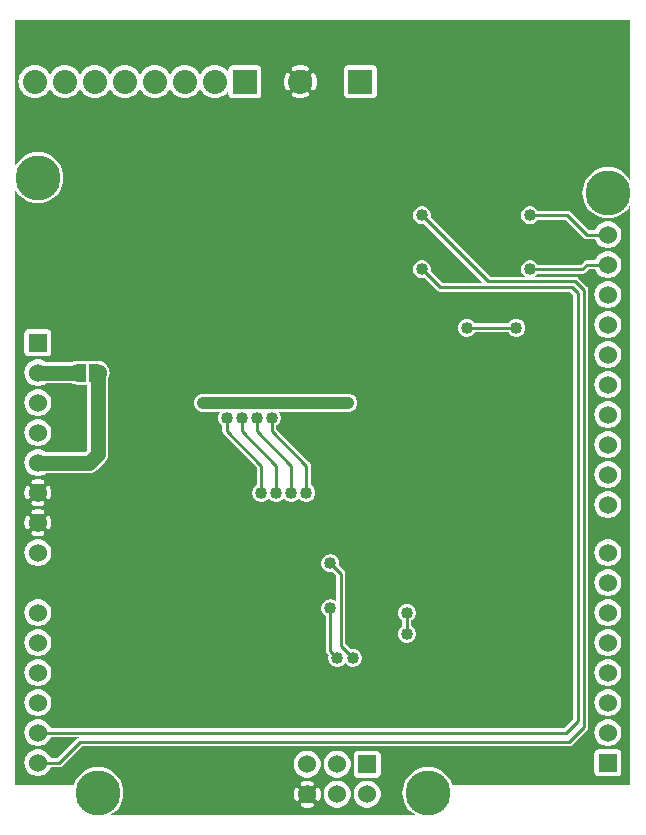
<source format=gbr>
G04 start of page 3 for group 1 idx 1 *
G04 Title: (unknown), solder *
G04 Creator: pcb 20140316 *
G04 CreationDate: Thu 27 Apr 2017 04:43:42 AM GMT UTC *
G04 For: railfan *
G04 Format: Gerber/RS-274X *
G04 PCB-Dimensions (mil): 2100.00 2700.00 *
G04 PCB-Coordinate-Origin: lower left *
%MOIN*%
%FSLAX25Y25*%
%LNBOTTOM*%
%ADD46C,0.0480*%
%ADD45C,0.1285*%
%ADD44C,0.0380*%
%ADD43C,0.0200*%
%ADD42R,0.0300X0.0300*%
%ADD41C,0.0800*%
%ADD40C,0.1500*%
%ADD39C,0.0600*%
%ADD38C,0.0400*%
%ADD37C,0.0500*%
%ADD36C,0.0100*%
%ADD35C,0.0001*%
G54D35*G36*
X13613Y115000D02*X22500D01*
Y95000D01*
X13613D01*
Y97853D01*
X13656Y97860D01*
X13768Y97897D01*
X13873Y97952D01*
X13968Y98022D01*
X14051Y98106D01*
X14119Y98202D01*
X14170Y98308D01*
X14318Y98716D01*
X14422Y99137D01*
X14484Y99567D01*
X14505Y100000D01*
X14484Y100433D01*
X14422Y100863D01*
X14318Y101284D01*
X14175Y101694D01*
X14122Y101800D01*
X14053Y101896D01*
X13970Y101981D01*
X13875Y102051D01*
X13769Y102106D01*
X13657Y102143D01*
X13613Y102151D01*
Y107853D01*
X13656Y107860D01*
X13768Y107897D01*
X13873Y107952D01*
X13968Y108022D01*
X14051Y108106D01*
X14119Y108202D01*
X14170Y108308D01*
X14318Y108716D01*
X14422Y109137D01*
X14484Y109567D01*
X14505Y110000D01*
X14484Y110433D01*
X14422Y110863D01*
X14318Y111284D01*
X14175Y111694D01*
X14122Y111800D01*
X14053Y111896D01*
X13970Y111981D01*
X13875Y112051D01*
X13769Y112106D01*
X13657Y112143D01*
X13613Y112151D01*
Y115000D01*
G37*
G36*
X10002D02*X13613D01*
Y112151D01*
X13540Y112163D01*
X13421Y112164D01*
X13304Y112146D01*
X13191Y112110D01*
X13085Y112057D01*
X12988Y111988D01*
X12904Y111905D01*
X12833Y111809D01*
X12779Y111704D01*
X12741Y111592D01*
X12722Y111475D01*
X12721Y111356D01*
X12739Y111239D01*
X12777Y111126D01*
X12876Y110855D01*
X12944Y110575D01*
X12986Y110289D01*
X13000Y110000D01*
X12986Y109711D01*
X12944Y109425D01*
X12876Y109145D01*
X12780Y108872D01*
X12742Y108761D01*
X12725Y108644D01*
X12725Y108526D01*
X12745Y108409D01*
X12782Y108297D01*
X12836Y108193D01*
X12906Y108098D01*
X12991Y108015D01*
X13087Y107946D01*
X13192Y107893D01*
X13305Y107857D01*
X13421Y107840D01*
X13539Y107841D01*
X13613Y107853D01*
Y102151D01*
X13540Y102163D01*
X13421Y102164D01*
X13304Y102146D01*
X13191Y102110D01*
X13085Y102057D01*
X12988Y101988D01*
X12904Y101905D01*
X12833Y101809D01*
X12779Y101704D01*
X12741Y101592D01*
X12722Y101475D01*
X12721Y101356D01*
X12739Y101239D01*
X12777Y101126D01*
X12876Y100855D01*
X12944Y100575D01*
X12986Y100289D01*
X13000Y100000D01*
X12986Y99711D01*
X12944Y99425D01*
X12876Y99145D01*
X12780Y98872D01*
X12742Y98761D01*
X12725Y98644D01*
X12725Y98526D01*
X12745Y98409D01*
X12782Y98297D01*
X12836Y98193D01*
X12906Y98098D01*
X12991Y98015D01*
X13087Y97946D01*
X13192Y97893D01*
X13305Y97857D01*
X13421Y97840D01*
X13539Y97841D01*
X13613Y97853D01*
Y95000D01*
X10002D01*
Y95495D01*
X10433Y95516D01*
X10863Y95578D01*
X11284Y95682D01*
X11694Y95825D01*
X11800Y95878D01*
X11896Y95947D01*
X11981Y96030D01*
X12051Y96125D01*
X12106Y96231D01*
X12143Y96343D01*
X12163Y96460D01*
X12164Y96579D01*
X12146Y96696D01*
X12110Y96809D01*
X12057Y96915D01*
X11988Y97012D01*
X11905Y97096D01*
X11809Y97167D01*
X11704Y97221D01*
X11592Y97259D01*
X11475Y97278D01*
X11356Y97279D01*
X11239Y97261D01*
X11126Y97223D01*
X10855Y97124D01*
X10575Y97056D01*
X10289Y97014D01*
X10002Y97000D01*
Y103000D01*
X10289Y102986D01*
X10575Y102944D01*
X10855Y102876D01*
X11128Y102780D01*
X11239Y102742D01*
X11356Y102725D01*
X11474Y102725D01*
X11591Y102745D01*
X11703Y102782D01*
X11807Y102836D01*
X11902Y102906D01*
X11985Y102991D01*
X12054Y103087D01*
X12107Y103192D01*
X12143Y103305D01*
X12160Y103421D01*
X12159Y103539D01*
X12140Y103656D01*
X12103Y103768D01*
X12048Y103873D01*
X11978Y103968D01*
X11894Y104051D01*
X11798Y104119D01*
X11692Y104170D01*
X11284Y104318D01*
X10863Y104422D01*
X10433Y104484D01*
X10002Y104505D01*
Y105495D01*
X10433Y105516D01*
X10863Y105578D01*
X11284Y105682D01*
X11694Y105825D01*
X11800Y105878D01*
X11896Y105947D01*
X11981Y106030D01*
X12051Y106125D01*
X12106Y106231D01*
X12143Y106343D01*
X12163Y106460D01*
X12164Y106579D01*
X12146Y106696D01*
X12110Y106809D01*
X12057Y106915D01*
X11988Y107012D01*
X11905Y107096D01*
X11809Y107167D01*
X11704Y107221D01*
X11592Y107259D01*
X11475Y107278D01*
X11356Y107279D01*
X11239Y107261D01*
X11126Y107223D01*
X10855Y107124D01*
X10575Y107056D01*
X10289Y107014D01*
X10002Y107000D01*
Y113000D01*
X10289Y112986D01*
X10575Y112944D01*
X10855Y112876D01*
X11128Y112780D01*
X11239Y112742D01*
X11356Y112725D01*
X11474Y112725D01*
X11591Y112745D01*
X11703Y112782D01*
X11807Y112836D01*
X11902Y112906D01*
X11985Y112991D01*
X12054Y113087D01*
X12107Y113192D01*
X12143Y113305D01*
X12160Y113421D01*
X12159Y113539D01*
X12140Y113656D01*
X12103Y113768D01*
X12048Y113873D01*
X11978Y113968D01*
X11894Y114051D01*
X11798Y114119D01*
X11692Y114170D01*
X11284Y114318D01*
X10863Y114422D01*
X10433Y114484D01*
X10002Y114505D01*
Y115000D01*
G37*
G36*
X6387D02*X10002D01*
Y114505D01*
X10000Y114505D01*
X9567Y114484D01*
X9137Y114422D01*
X8716Y114318D01*
X8306Y114175D01*
X8200Y114122D01*
X8104Y114053D01*
X8019Y113970D01*
X7949Y113875D01*
X7894Y113769D01*
X7857Y113657D01*
X7837Y113540D01*
X7836Y113421D01*
X7854Y113304D01*
X7890Y113191D01*
X7943Y113085D01*
X8012Y112988D01*
X8095Y112904D01*
X8191Y112833D01*
X8296Y112779D01*
X8408Y112741D01*
X8525Y112722D01*
X8644Y112721D01*
X8761Y112739D01*
X8874Y112777D01*
X9145Y112876D01*
X9425Y112944D01*
X9711Y112986D01*
X10000Y113000D01*
X10002Y113000D01*
Y107000D01*
X10000Y107000D01*
X9711Y107014D01*
X9425Y107056D01*
X9145Y107124D01*
X8872Y107220D01*
X8761Y107258D01*
X8644Y107275D01*
X8526Y107275D01*
X8409Y107255D01*
X8297Y107218D01*
X8193Y107164D01*
X8098Y107094D01*
X8015Y107009D01*
X7946Y106913D01*
X7893Y106808D01*
X7857Y106695D01*
X7840Y106579D01*
X7841Y106461D01*
X7860Y106344D01*
X7897Y106232D01*
X7952Y106127D01*
X8022Y106032D01*
X8106Y105949D01*
X8202Y105881D01*
X8308Y105830D01*
X8716Y105682D01*
X9137Y105578D01*
X9567Y105516D01*
X10000Y105495D01*
X10002Y105495D01*
Y104505D01*
X10000Y104505D01*
X9567Y104484D01*
X9137Y104422D01*
X8716Y104318D01*
X8306Y104175D01*
X8200Y104122D01*
X8104Y104053D01*
X8019Y103970D01*
X7949Y103875D01*
X7894Y103769D01*
X7857Y103657D01*
X7837Y103540D01*
X7836Y103421D01*
X7854Y103304D01*
X7890Y103191D01*
X7943Y103085D01*
X8012Y102988D01*
X8095Y102904D01*
X8191Y102833D01*
X8296Y102779D01*
X8408Y102741D01*
X8525Y102722D01*
X8644Y102721D01*
X8761Y102739D01*
X8874Y102777D01*
X9145Y102876D01*
X9425Y102944D01*
X9711Y102986D01*
X10000Y103000D01*
X10002Y103000D01*
Y97000D01*
X10000Y97000D01*
X9711Y97014D01*
X9425Y97056D01*
X9145Y97124D01*
X8872Y97220D01*
X8761Y97258D01*
X8644Y97275D01*
X8526Y97275D01*
X8409Y97255D01*
X8297Y97218D01*
X8193Y97164D01*
X8098Y97094D01*
X8015Y97009D01*
X7946Y96913D01*
X7893Y96808D01*
X7857Y96695D01*
X7840Y96579D01*
X7841Y96461D01*
X7860Y96344D01*
X7897Y96232D01*
X7952Y96127D01*
X8022Y96032D01*
X8106Y95949D01*
X8202Y95881D01*
X8308Y95830D01*
X8716Y95682D01*
X9137Y95578D01*
X9567Y95516D01*
X10000Y95495D01*
X10002Y95495D01*
Y95000D01*
X6387D01*
Y97849D01*
X6460Y97837D01*
X6579Y97836D01*
X6696Y97854D01*
X6809Y97890D01*
X6915Y97943D01*
X7012Y98012D01*
X7096Y98095D01*
X7167Y98191D01*
X7221Y98296D01*
X7259Y98408D01*
X7278Y98525D01*
X7279Y98644D01*
X7261Y98761D01*
X7223Y98874D01*
X7124Y99145D01*
X7056Y99425D01*
X7014Y99711D01*
X7000Y100000D01*
X7014Y100289D01*
X7056Y100575D01*
X7124Y100855D01*
X7220Y101128D01*
X7258Y101239D01*
X7275Y101356D01*
X7275Y101474D01*
X7255Y101591D01*
X7218Y101703D01*
X7164Y101807D01*
X7094Y101902D01*
X7009Y101985D01*
X6913Y102054D01*
X6808Y102107D01*
X6695Y102143D01*
X6579Y102160D01*
X6461Y102159D01*
X6387Y102147D01*
Y107849D01*
X6460Y107837D01*
X6579Y107836D01*
X6696Y107854D01*
X6809Y107890D01*
X6915Y107943D01*
X7012Y108012D01*
X7096Y108095D01*
X7167Y108191D01*
X7221Y108296D01*
X7259Y108408D01*
X7278Y108525D01*
X7279Y108644D01*
X7261Y108761D01*
X7223Y108874D01*
X7124Y109145D01*
X7056Y109425D01*
X7014Y109711D01*
X7000Y110000D01*
X7014Y110289D01*
X7056Y110575D01*
X7124Y110855D01*
X7220Y111128D01*
X7258Y111239D01*
X7275Y111356D01*
X7275Y111474D01*
X7255Y111591D01*
X7218Y111703D01*
X7164Y111807D01*
X7094Y111902D01*
X7009Y111985D01*
X6913Y112054D01*
X6808Y112107D01*
X6695Y112143D01*
X6579Y112160D01*
X6461Y112159D01*
X6387Y112147D01*
Y115000D01*
G37*
G36*
X4500D02*X6387D01*
Y112147D01*
X6344Y112140D01*
X6232Y112103D01*
X6127Y112048D01*
X6032Y111978D01*
X5949Y111894D01*
X5881Y111798D01*
X5830Y111692D01*
X5682Y111284D01*
X5578Y110863D01*
X5516Y110433D01*
X5495Y110000D01*
X5516Y109567D01*
X5578Y109137D01*
X5682Y108716D01*
X5825Y108306D01*
X5878Y108200D01*
X5947Y108104D01*
X6030Y108019D01*
X6125Y107949D01*
X6231Y107894D01*
X6343Y107857D01*
X6387Y107849D01*
Y102147D01*
X6344Y102140D01*
X6232Y102103D01*
X6127Y102048D01*
X6032Y101978D01*
X5949Y101894D01*
X5881Y101798D01*
X5830Y101692D01*
X5682Y101284D01*
X5578Y100863D01*
X5516Y100433D01*
X5495Y100000D01*
X5516Y99567D01*
X5578Y99137D01*
X5682Y98716D01*
X5825Y98306D01*
X5878Y98200D01*
X5947Y98104D01*
X6030Y98019D01*
X6125Y97949D01*
X6231Y97894D01*
X6343Y97857D01*
X6387Y97849D01*
Y95000D01*
X4500D01*
Y115000D01*
G37*
G36*
X161245Y163500D02*X166901D01*
X167065Y163231D01*
X167372Y162872D01*
X167731Y162565D01*
X168134Y162319D01*
X168570Y162138D01*
X169029Y162028D01*
X169500Y161991D01*
X169971Y162028D01*
X170430Y162138D01*
X170866Y162319D01*
X171269Y162565D01*
X171628Y162872D01*
X171935Y163231D01*
X172181Y163634D01*
X172362Y164070D01*
X172472Y164529D01*
X172500Y165000D01*
X172472Y165471D01*
X172362Y165930D01*
X172181Y166366D01*
X171935Y166769D01*
X171628Y167128D01*
X171269Y167435D01*
X170866Y167681D01*
X170430Y167862D01*
X169971Y167972D01*
X169500Y168009D01*
X169029Y167972D01*
X168570Y167862D01*
X168134Y167681D01*
X167731Y167435D01*
X167372Y167128D01*
X167065Y166769D01*
X166901Y166500D01*
X161245D01*
Y177000D01*
X187379D01*
X188500Y175879D01*
Y34621D01*
X185379Y31500D01*
X161245D01*
Y163500D01*
G37*
G36*
X200000Y201474D02*X201334Y201579D01*
X202635Y201891D01*
X203871Y202403D01*
X205012Y203102D01*
X206029Y203971D01*
X206898Y204988D01*
X207500Y205971D01*
Y12500D01*
X200000D01*
Y15507D01*
X203235Y15514D01*
X203465Y15569D01*
X203683Y15659D01*
X203884Y15783D01*
X204064Y15936D01*
X204217Y16116D01*
X204341Y16317D01*
X204431Y16535D01*
X204486Y16765D01*
X204500Y17000D01*
X204486Y23235D01*
X204431Y23465D01*
X204341Y23683D01*
X204217Y23884D01*
X204064Y24064D01*
X203884Y24217D01*
X203683Y24341D01*
X203465Y24431D01*
X203235Y24486D01*
X203000Y24500D01*
X200000Y24493D01*
Y25486D01*
X200706Y25542D01*
X201395Y25707D01*
X202049Y25978D01*
X202653Y26348D01*
X203192Y26808D01*
X203652Y27347D01*
X204022Y27951D01*
X204293Y28605D01*
X204458Y29294D01*
X204500Y30000D01*
X204458Y30706D01*
X204293Y31395D01*
X204022Y32049D01*
X203652Y32653D01*
X203192Y33192D01*
X202653Y33652D01*
X202049Y34022D01*
X201395Y34293D01*
X200706Y34458D01*
X200000Y34514D01*
Y35486D01*
X200706Y35542D01*
X201395Y35707D01*
X202049Y35978D01*
X202653Y36348D01*
X203192Y36808D01*
X203652Y37347D01*
X204022Y37951D01*
X204293Y38605D01*
X204458Y39294D01*
X204500Y40000D01*
X204458Y40706D01*
X204293Y41395D01*
X204022Y42049D01*
X203652Y42653D01*
X203192Y43192D01*
X202653Y43652D01*
X202049Y44022D01*
X201395Y44293D01*
X200706Y44458D01*
X200000Y44514D01*
Y45486D01*
X200706Y45542D01*
X201395Y45707D01*
X202049Y45978D01*
X202653Y46348D01*
X203192Y46808D01*
X203652Y47347D01*
X204022Y47951D01*
X204293Y48605D01*
X204458Y49294D01*
X204500Y50000D01*
X204458Y50706D01*
X204293Y51395D01*
X204022Y52049D01*
X203652Y52653D01*
X203192Y53192D01*
X202653Y53652D01*
X202049Y54022D01*
X201395Y54293D01*
X200706Y54458D01*
X200000Y54514D01*
Y55486D01*
X200706Y55542D01*
X201395Y55707D01*
X202049Y55978D01*
X202653Y56348D01*
X203192Y56808D01*
X203652Y57347D01*
X204022Y57951D01*
X204293Y58605D01*
X204458Y59294D01*
X204500Y60000D01*
X204458Y60706D01*
X204293Y61395D01*
X204022Y62049D01*
X203652Y62653D01*
X203192Y63192D01*
X202653Y63652D01*
X202049Y64022D01*
X201395Y64293D01*
X200706Y64458D01*
X200000Y64514D01*
Y65486D01*
X200706Y65542D01*
X201395Y65707D01*
X202049Y65978D01*
X202653Y66348D01*
X203192Y66808D01*
X203652Y67347D01*
X204022Y67951D01*
X204293Y68605D01*
X204458Y69294D01*
X204500Y70000D01*
X204458Y70706D01*
X204293Y71395D01*
X204022Y72049D01*
X203652Y72653D01*
X203192Y73192D01*
X202653Y73652D01*
X202049Y74022D01*
X201395Y74293D01*
X200706Y74458D01*
X200000Y74514D01*
Y75486D01*
X200706Y75542D01*
X201395Y75707D01*
X202049Y75978D01*
X202653Y76348D01*
X203192Y76808D01*
X203652Y77347D01*
X204022Y77951D01*
X204293Y78605D01*
X204458Y79294D01*
X204500Y80000D01*
X204458Y80706D01*
X204293Y81395D01*
X204022Y82049D01*
X203652Y82653D01*
X203192Y83192D01*
X202653Y83652D01*
X202049Y84022D01*
X201395Y84293D01*
X200706Y84458D01*
X200000Y84514D01*
Y85486D01*
X200706Y85542D01*
X201395Y85707D01*
X202049Y85978D01*
X202653Y86348D01*
X203192Y86808D01*
X203652Y87347D01*
X204022Y87951D01*
X204293Y88605D01*
X204458Y89294D01*
X204500Y90000D01*
X204458Y90706D01*
X204293Y91395D01*
X204022Y92049D01*
X203652Y92653D01*
X203192Y93192D01*
X202653Y93652D01*
X202049Y94022D01*
X201395Y94293D01*
X200706Y94458D01*
X200000Y94514D01*
Y101486D01*
X200706Y101542D01*
X201395Y101707D01*
X202049Y101978D01*
X202653Y102348D01*
X203192Y102808D01*
X203652Y103347D01*
X204022Y103951D01*
X204293Y104605D01*
X204458Y105294D01*
X204500Y106000D01*
X204458Y106706D01*
X204293Y107395D01*
X204022Y108049D01*
X203652Y108653D01*
X203192Y109192D01*
X202653Y109652D01*
X202049Y110022D01*
X201395Y110293D01*
X200706Y110458D01*
X200000Y110514D01*
Y111486D01*
X200706Y111542D01*
X201395Y111707D01*
X202049Y111978D01*
X202653Y112348D01*
X203192Y112808D01*
X203652Y113347D01*
X204022Y113951D01*
X204293Y114605D01*
X204458Y115294D01*
X204500Y116000D01*
X204458Y116706D01*
X204293Y117395D01*
X204022Y118049D01*
X203652Y118653D01*
X203192Y119192D01*
X202653Y119652D01*
X202049Y120022D01*
X201395Y120293D01*
X200706Y120458D01*
X200000Y120514D01*
Y121486D01*
X200706Y121542D01*
X201395Y121707D01*
X202049Y121978D01*
X202653Y122348D01*
X203192Y122808D01*
X203652Y123347D01*
X204022Y123951D01*
X204293Y124605D01*
X204458Y125294D01*
X204500Y126000D01*
X204458Y126706D01*
X204293Y127395D01*
X204022Y128049D01*
X203652Y128653D01*
X203192Y129192D01*
X202653Y129652D01*
X202049Y130022D01*
X201395Y130293D01*
X200706Y130458D01*
X200000Y130514D01*
Y131486D01*
X200706Y131542D01*
X201395Y131707D01*
X202049Y131978D01*
X202653Y132348D01*
X203192Y132808D01*
X203652Y133347D01*
X204022Y133951D01*
X204293Y134605D01*
X204458Y135294D01*
X204500Y136000D01*
X204458Y136706D01*
X204293Y137395D01*
X204022Y138049D01*
X203652Y138653D01*
X203192Y139192D01*
X202653Y139652D01*
X202049Y140022D01*
X201395Y140293D01*
X200706Y140458D01*
X200000Y140514D01*
Y141486D01*
X200706Y141542D01*
X201395Y141707D01*
X202049Y141978D01*
X202653Y142348D01*
X203192Y142808D01*
X203652Y143347D01*
X204022Y143951D01*
X204293Y144605D01*
X204458Y145294D01*
X204500Y146000D01*
X204458Y146706D01*
X204293Y147395D01*
X204022Y148049D01*
X203652Y148653D01*
X203192Y149192D01*
X202653Y149652D01*
X202049Y150022D01*
X201395Y150293D01*
X200706Y150458D01*
X200000Y150514D01*
Y151486D01*
X200706Y151542D01*
X201395Y151707D01*
X202049Y151978D01*
X202653Y152348D01*
X203192Y152808D01*
X203652Y153347D01*
X204022Y153951D01*
X204293Y154605D01*
X204458Y155294D01*
X204500Y156000D01*
X204458Y156706D01*
X204293Y157395D01*
X204022Y158049D01*
X203652Y158653D01*
X203192Y159192D01*
X202653Y159652D01*
X202049Y160022D01*
X201395Y160293D01*
X200706Y160458D01*
X200000Y160514D01*
Y161486D01*
X200706Y161542D01*
X201395Y161707D01*
X202049Y161978D01*
X202653Y162348D01*
X203192Y162808D01*
X203652Y163347D01*
X204022Y163951D01*
X204293Y164605D01*
X204458Y165294D01*
X204500Y166000D01*
X204458Y166706D01*
X204293Y167395D01*
X204022Y168049D01*
X203652Y168653D01*
X203192Y169192D01*
X202653Y169652D01*
X202049Y170022D01*
X201395Y170293D01*
X200706Y170458D01*
X200000Y170514D01*
Y171486D01*
X200706Y171542D01*
X201395Y171707D01*
X202049Y171978D01*
X202653Y172348D01*
X203192Y172808D01*
X203652Y173347D01*
X204022Y173951D01*
X204293Y174605D01*
X204458Y175294D01*
X204500Y176000D01*
X204458Y176706D01*
X204293Y177395D01*
X204022Y178049D01*
X203652Y178653D01*
X203192Y179192D01*
X202653Y179652D01*
X202049Y180022D01*
X201395Y180293D01*
X200706Y180458D01*
X200000Y180514D01*
Y181486D01*
X200706Y181542D01*
X201395Y181707D01*
X202049Y181978D01*
X202653Y182348D01*
X203192Y182808D01*
X203652Y183347D01*
X204022Y183951D01*
X204293Y184605D01*
X204458Y185294D01*
X204500Y186000D01*
X204458Y186706D01*
X204293Y187395D01*
X204022Y188049D01*
X203652Y188653D01*
X203192Y189192D01*
X202653Y189652D01*
X202049Y190022D01*
X201395Y190293D01*
X200706Y190458D01*
X200000Y190514D01*
Y191486D01*
X200706Y191542D01*
X201395Y191707D01*
X202049Y191978D01*
X202653Y192348D01*
X203192Y192808D01*
X203652Y193347D01*
X204022Y193951D01*
X204293Y194605D01*
X204458Y195294D01*
X204500Y196000D01*
X204458Y196706D01*
X204293Y197395D01*
X204022Y198049D01*
X203652Y198653D01*
X203192Y199192D01*
X202653Y199652D01*
X202049Y200022D01*
X201395Y200293D01*
X200706Y200458D01*
X200000Y200514D01*
Y201474D01*
G37*
G36*
Y267500D02*X207500D01*
Y214029D01*
X206898Y215012D01*
X206029Y216029D01*
X205012Y216898D01*
X203871Y217597D01*
X202635Y218109D01*
X201334Y218421D01*
X200000Y218526D01*
Y267500D01*
G37*
G36*
Y190514D02*X199294Y190458D01*
X198605Y190293D01*
X197951Y190022D01*
X197347Y189652D01*
X196808Y189192D01*
X196348Y188653D01*
X195978Y188049D01*
X195751Y187500D01*
X193059D01*
X193000Y187505D01*
X192765Y187486D01*
X192535Y187431D01*
X192317Y187341D01*
X192116Y187217D01*
X192115Y187217D01*
X191936Y187064D01*
X191898Y187019D01*
X190879Y186000D01*
X187745D01*
Y199133D01*
X191898Y194981D01*
X191936Y194936D01*
X192116Y194783D01*
X192317Y194659D01*
X192535Y194569D01*
X192765Y194514D01*
X193000Y194495D01*
X193059Y194500D01*
X195751D01*
X195978Y193951D01*
X196348Y193347D01*
X196808Y192808D01*
X197347Y192348D01*
X197951Y191978D01*
X198605Y191707D01*
X199294Y191542D01*
X200000Y191486D01*
Y190514D01*
G37*
G36*
Y12500D02*X187745D01*
Y25698D01*
X187884Y25783D01*
X188064Y25936D01*
X188102Y25981D01*
X193019Y30898D01*
X193064Y30936D01*
X193217Y31115D01*
X193217Y31116D01*
X193341Y31317D01*
X193431Y31535D01*
X193486Y31765D01*
X193505Y32000D01*
X193500Y32059D01*
Y177441D01*
X193505Y177500D01*
X193486Y177735D01*
X193431Y177965D01*
X193341Y178183D01*
X193217Y178384D01*
X193064Y178564D01*
X193019Y178602D01*
X190102Y181519D01*
X190064Y181564D01*
X189884Y181717D01*
X189683Y181841D01*
X189465Y181931D01*
X189235Y181986D01*
X189000Y182005D01*
X188941Y182000D01*
X187745D01*
Y183000D01*
X191441D01*
X191500Y182995D01*
X191735Y183014D01*
X191735Y183014D01*
X191965Y183069D01*
X192183Y183159D01*
X192384Y183283D01*
X192564Y183436D01*
X192602Y183481D01*
X193621Y184500D01*
X195751D01*
X195978Y183951D01*
X196348Y183347D01*
X196808Y182808D01*
X197347Y182348D01*
X197951Y181978D01*
X198605Y181707D01*
X199294Y181542D01*
X200000Y181486D01*
Y180514D01*
X199294Y180458D01*
X198605Y180293D01*
X197951Y180022D01*
X197347Y179652D01*
X196808Y179192D01*
X196348Y178653D01*
X195978Y178049D01*
X195707Y177395D01*
X195542Y176706D01*
X195486Y176000D01*
X195542Y175294D01*
X195707Y174605D01*
X195978Y173951D01*
X196348Y173347D01*
X196808Y172808D01*
X197347Y172348D01*
X197951Y171978D01*
X198605Y171707D01*
X199294Y171542D01*
X200000Y171486D01*
Y170514D01*
X199294Y170458D01*
X198605Y170293D01*
X197951Y170022D01*
X197347Y169652D01*
X196808Y169192D01*
X196348Y168653D01*
X195978Y168049D01*
X195707Y167395D01*
X195542Y166706D01*
X195486Y166000D01*
X195542Y165294D01*
X195707Y164605D01*
X195978Y163951D01*
X196348Y163347D01*
X196808Y162808D01*
X197347Y162348D01*
X197951Y161978D01*
X198605Y161707D01*
X199294Y161542D01*
X200000Y161486D01*
Y160514D01*
X199294Y160458D01*
X198605Y160293D01*
X197951Y160022D01*
X197347Y159652D01*
X196808Y159192D01*
X196348Y158653D01*
X195978Y158049D01*
X195707Y157395D01*
X195542Y156706D01*
X195486Y156000D01*
X195542Y155294D01*
X195707Y154605D01*
X195978Y153951D01*
X196348Y153347D01*
X196808Y152808D01*
X197347Y152348D01*
X197951Y151978D01*
X198605Y151707D01*
X199294Y151542D01*
X200000Y151486D01*
Y150514D01*
X199294Y150458D01*
X198605Y150293D01*
X197951Y150022D01*
X197347Y149652D01*
X196808Y149192D01*
X196348Y148653D01*
X195978Y148049D01*
X195707Y147395D01*
X195542Y146706D01*
X195486Y146000D01*
X195542Y145294D01*
X195707Y144605D01*
X195978Y143951D01*
X196348Y143347D01*
X196808Y142808D01*
X197347Y142348D01*
X197951Y141978D01*
X198605Y141707D01*
X199294Y141542D01*
X200000Y141486D01*
Y140514D01*
X199294Y140458D01*
X198605Y140293D01*
X197951Y140022D01*
X197347Y139652D01*
X196808Y139192D01*
X196348Y138653D01*
X195978Y138049D01*
X195707Y137395D01*
X195542Y136706D01*
X195486Y136000D01*
X195542Y135294D01*
X195707Y134605D01*
X195978Y133951D01*
X196348Y133347D01*
X196808Y132808D01*
X197347Y132348D01*
X197951Y131978D01*
X198605Y131707D01*
X199294Y131542D01*
X200000Y131486D01*
Y130514D01*
X199294Y130458D01*
X198605Y130293D01*
X197951Y130022D01*
X197347Y129652D01*
X196808Y129192D01*
X196348Y128653D01*
X195978Y128049D01*
X195707Y127395D01*
X195542Y126706D01*
X195486Y126000D01*
X195542Y125294D01*
X195707Y124605D01*
X195978Y123951D01*
X196348Y123347D01*
X196808Y122808D01*
X197347Y122348D01*
X197951Y121978D01*
X198605Y121707D01*
X199294Y121542D01*
X200000Y121486D01*
Y120514D01*
X199294Y120458D01*
X198605Y120293D01*
X197951Y120022D01*
X197347Y119652D01*
X196808Y119192D01*
X196348Y118653D01*
X195978Y118049D01*
X195707Y117395D01*
X195542Y116706D01*
X195486Y116000D01*
X195542Y115294D01*
X195707Y114605D01*
X195978Y113951D01*
X196348Y113347D01*
X196808Y112808D01*
X197347Y112348D01*
X197951Y111978D01*
X198605Y111707D01*
X199294Y111542D01*
X200000Y111486D01*
Y110514D01*
X199294Y110458D01*
X198605Y110293D01*
X197951Y110022D01*
X197347Y109652D01*
X196808Y109192D01*
X196348Y108653D01*
X195978Y108049D01*
X195707Y107395D01*
X195542Y106706D01*
X195486Y106000D01*
X195542Y105294D01*
X195707Y104605D01*
X195978Y103951D01*
X196348Y103347D01*
X196808Y102808D01*
X197347Y102348D01*
X197951Y101978D01*
X198605Y101707D01*
X199294Y101542D01*
X200000Y101486D01*
Y94514D01*
X199294Y94458D01*
X198605Y94293D01*
X197951Y94022D01*
X197347Y93652D01*
X196808Y93192D01*
X196348Y92653D01*
X195978Y92049D01*
X195707Y91395D01*
X195542Y90706D01*
X195486Y90000D01*
X195542Y89294D01*
X195707Y88605D01*
X195978Y87951D01*
X196348Y87347D01*
X196808Y86808D01*
X197347Y86348D01*
X197951Y85978D01*
X198605Y85707D01*
X199294Y85542D01*
X200000Y85486D01*
Y84514D01*
X199294Y84458D01*
X198605Y84293D01*
X197951Y84022D01*
X197347Y83652D01*
X196808Y83192D01*
X196348Y82653D01*
X195978Y82049D01*
X195707Y81395D01*
X195542Y80706D01*
X195486Y80000D01*
X195542Y79294D01*
X195707Y78605D01*
X195978Y77951D01*
X196348Y77347D01*
X196808Y76808D01*
X197347Y76348D01*
X197951Y75978D01*
X198605Y75707D01*
X199294Y75542D01*
X200000Y75486D01*
Y74514D01*
X199294Y74458D01*
X198605Y74293D01*
X197951Y74022D01*
X197347Y73652D01*
X196808Y73192D01*
X196348Y72653D01*
X195978Y72049D01*
X195707Y71395D01*
X195542Y70706D01*
X195486Y70000D01*
X195542Y69294D01*
X195707Y68605D01*
X195978Y67951D01*
X196348Y67347D01*
X196808Y66808D01*
X197347Y66348D01*
X197951Y65978D01*
X198605Y65707D01*
X199294Y65542D01*
X200000Y65486D01*
Y64514D01*
X199294Y64458D01*
X198605Y64293D01*
X197951Y64022D01*
X197347Y63652D01*
X196808Y63192D01*
X196348Y62653D01*
X195978Y62049D01*
X195707Y61395D01*
X195542Y60706D01*
X195486Y60000D01*
X195542Y59294D01*
X195707Y58605D01*
X195978Y57951D01*
X196348Y57347D01*
X196808Y56808D01*
X197347Y56348D01*
X197951Y55978D01*
X198605Y55707D01*
X199294Y55542D01*
X200000Y55486D01*
Y54514D01*
X199294Y54458D01*
X198605Y54293D01*
X197951Y54022D01*
X197347Y53652D01*
X196808Y53192D01*
X196348Y52653D01*
X195978Y52049D01*
X195707Y51395D01*
X195542Y50706D01*
X195486Y50000D01*
X195542Y49294D01*
X195707Y48605D01*
X195978Y47951D01*
X196348Y47347D01*
X196808Y46808D01*
X197347Y46348D01*
X197951Y45978D01*
X198605Y45707D01*
X199294Y45542D01*
X200000Y45486D01*
Y44514D01*
X199294Y44458D01*
X198605Y44293D01*
X197951Y44022D01*
X197347Y43652D01*
X196808Y43192D01*
X196348Y42653D01*
X195978Y42049D01*
X195707Y41395D01*
X195542Y40706D01*
X195486Y40000D01*
X195542Y39294D01*
X195707Y38605D01*
X195978Y37951D01*
X196348Y37347D01*
X196808Y36808D01*
X197347Y36348D01*
X197951Y35978D01*
X198605Y35707D01*
X199294Y35542D01*
X200000Y35486D01*
Y34514D01*
X199294Y34458D01*
X198605Y34293D01*
X197951Y34022D01*
X197347Y33652D01*
X196808Y33192D01*
X196348Y32653D01*
X195978Y32049D01*
X195707Y31395D01*
X195542Y30706D01*
X195486Y30000D01*
X195542Y29294D01*
X195707Y28605D01*
X195978Y27951D01*
X196348Y27347D01*
X196808Y26808D01*
X197347Y26348D01*
X197951Y25978D01*
X198605Y25707D01*
X199294Y25542D01*
X200000Y25486D01*
Y24493D01*
X196765Y24486D01*
X196535Y24431D01*
X196317Y24341D01*
X196116Y24217D01*
X195936Y24064D01*
X195783Y23884D01*
X195659Y23683D01*
X195569Y23465D01*
X195514Y23235D01*
X195500Y23000D01*
X195514Y16765D01*
X195569Y16535D01*
X195659Y16317D01*
X195783Y16116D01*
X195936Y15936D01*
X196116Y15783D01*
X196317Y15659D01*
X196535Y15569D01*
X196765Y15514D01*
X197000Y15500D01*
X200000Y15507D01*
Y12500D01*
G37*
G36*
X187745Y267500D02*X200000D01*
Y218526D01*
X198666Y218421D01*
X197365Y218109D01*
X196129Y217597D01*
X194988Y216898D01*
X193971Y216029D01*
X193102Y215012D01*
X192403Y213871D01*
X191891Y212635D01*
X191579Y211334D01*
X191474Y210000D01*
X191579Y208666D01*
X191891Y207365D01*
X192403Y206129D01*
X193102Y204988D01*
X193971Y203971D01*
X194988Y203102D01*
X196129Y202403D01*
X197365Y201891D01*
X198666Y201579D01*
X200000Y201474D01*
Y200514D01*
X199294Y200458D01*
X198605Y200293D01*
X197951Y200022D01*
X197347Y199652D01*
X196808Y199192D01*
X196348Y198653D01*
X195978Y198049D01*
X195751Y197500D01*
X193621D01*
X187745Y203376D01*
Y267500D01*
G37*
G36*
Y182000D02*X175662D01*
X175769Y182065D01*
X176128Y182372D01*
X176435Y182731D01*
X176599Y183000D01*
X187745D01*
Y182000D01*
G37*
G36*
Y12500D02*X161245D01*
Y25500D01*
X186941D01*
X187000Y25495D01*
X187235Y25514D01*
X187235Y25514D01*
X187465Y25569D01*
X187683Y25659D01*
X187745Y25698D01*
Y12500D01*
G37*
G36*
X161245Y267500D02*X187745D01*
Y203376D01*
X187602Y203519D01*
X187564Y203564D01*
X187384Y203717D01*
X187183Y203841D01*
X186965Y203931D01*
X186735Y203986D01*
X186735Y203986D01*
X186500Y204005D01*
X186441Y204000D01*
X176599D01*
X176435Y204269D01*
X176128Y204628D01*
X175769Y204935D01*
X175366Y205181D01*
X174930Y205362D01*
X174471Y205472D01*
X174000Y205509D01*
X173529Y205472D01*
X173070Y205362D01*
X172634Y205181D01*
X172231Y204935D01*
X171872Y204628D01*
X171565Y204269D01*
X171319Y203866D01*
X171138Y203430D01*
X171028Y202971D01*
X170991Y202500D01*
X171028Y202029D01*
X171138Y201570D01*
X171319Y201134D01*
X171565Y200731D01*
X171872Y200372D01*
X172231Y200065D01*
X172634Y199819D01*
X173070Y199638D01*
X173529Y199528D01*
X174000Y199491D01*
X174471Y199528D01*
X174930Y199638D01*
X175366Y199819D01*
X175769Y200065D01*
X176128Y200372D01*
X176435Y200731D01*
X176599Y201000D01*
X185879D01*
X187745Y199133D01*
Y186000D01*
X176599D01*
X176435Y186269D01*
X176128Y186628D01*
X175769Y186935D01*
X175366Y187181D01*
X174930Y187362D01*
X174471Y187472D01*
X174000Y187509D01*
X173529Y187472D01*
X173070Y187362D01*
X172634Y187181D01*
X172231Y186935D01*
X171872Y186628D01*
X171565Y186269D01*
X171319Y185866D01*
X171138Y185430D01*
X171028Y184971D01*
X170991Y184500D01*
X171028Y184029D01*
X171138Y183570D01*
X171319Y183134D01*
X171565Y182731D01*
X171872Y182372D01*
X172231Y182065D01*
X172338Y182000D01*
X161245D01*
Y267500D01*
G37*
G36*
X132995Y25500D02*X161245D01*
Y12500D01*
X148141D01*
X148109Y12635D01*
X147597Y13871D01*
X146898Y15012D01*
X146029Y16029D01*
X145012Y16898D01*
X143871Y17597D01*
X142635Y18109D01*
X141334Y18421D01*
X140000Y18526D01*
X138666Y18421D01*
X137365Y18109D01*
X136129Y17597D01*
X134988Y16898D01*
X133971Y16029D01*
X133102Y15012D01*
X132995Y14837D01*
Y25500D01*
G37*
G36*
Y267500D02*X161245D01*
Y182000D01*
X160621D01*
X140899Y201723D01*
X140972Y202029D01*
X141000Y202500D01*
X140972Y202971D01*
X140862Y203430D01*
X140681Y203866D01*
X140435Y204269D01*
X140128Y204628D01*
X139769Y204935D01*
X139366Y205181D01*
X138930Y205362D01*
X138471Y205472D01*
X138000Y205509D01*
X137529Y205472D01*
X137070Y205362D01*
X136634Y205181D01*
X136231Y204935D01*
X135872Y204628D01*
X135565Y204269D01*
X135319Y203866D01*
X135138Y203430D01*
X135028Y202971D01*
X134991Y202500D01*
X135028Y202029D01*
X135138Y201570D01*
X135319Y201134D01*
X135565Y200731D01*
X135872Y200372D01*
X136231Y200065D01*
X136634Y199819D01*
X137070Y199638D01*
X137529Y199528D01*
X138000Y199491D01*
X138471Y199528D01*
X138777Y199601D01*
X158379Y180000D01*
X144621D01*
X140899Y183723D01*
X140972Y184029D01*
X141000Y184500D01*
X140972Y184971D01*
X140862Y185430D01*
X140681Y185866D01*
X140435Y186269D01*
X140128Y186628D01*
X139769Y186935D01*
X139366Y187181D01*
X138930Y187362D01*
X138471Y187472D01*
X138000Y187509D01*
X137529Y187472D01*
X137070Y187362D01*
X136634Y187181D01*
X136231Y186935D01*
X135872Y186628D01*
X135565Y186269D01*
X135319Y185866D01*
X135138Y185430D01*
X135028Y184971D01*
X134991Y184500D01*
X135028Y184029D01*
X135138Y183570D01*
X135319Y183134D01*
X135565Y182731D01*
X135872Y182372D01*
X136231Y182065D01*
X136634Y181819D01*
X137070Y181638D01*
X137529Y181528D01*
X138000Y181491D01*
X138471Y181528D01*
X138777Y181601D01*
X142898Y177481D01*
X142936Y177436D01*
X143116Y177283D01*
X143317Y177159D01*
X143535Y177069D01*
X143765Y177014D01*
X144000Y176995D01*
X144059Y177000D01*
X161245D01*
Y166500D01*
X155599D01*
X155435Y166769D01*
X155128Y167128D01*
X154769Y167435D01*
X154366Y167681D01*
X153930Y167862D01*
X153471Y167972D01*
X153000Y168009D01*
X152529Y167972D01*
X152070Y167862D01*
X151634Y167681D01*
X151231Y167435D01*
X150872Y167128D01*
X150565Y166769D01*
X150319Y166366D01*
X150138Y165930D01*
X150028Y165471D01*
X149991Y165000D01*
X150028Y164529D01*
X150138Y164070D01*
X150319Y163634D01*
X150565Y163231D01*
X150872Y162872D01*
X151231Y162565D01*
X151634Y162319D01*
X152070Y162138D01*
X152529Y162028D01*
X153000Y161991D01*
X153471Y162028D01*
X153930Y162138D01*
X154366Y162319D01*
X154769Y162565D01*
X155128Y162872D01*
X155435Y163231D01*
X155599Y163500D01*
X161245D01*
Y31500D01*
X132995D01*
Y59991D01*
X133000Y59991D01*
X133471Y60028D01*
X133930Y60138D01*
X134366Y60319D01*
X134769Y60565D01*
X135128Y60872D01*
X135435Y61231D01*
X135681Y61634D01*
X135862Y62070D01*
X135972Y62529D01*
X136000Y63000D01*
X135972Y63471D01*
X135862Y63930D01*
X135681Y64366D01*
X135435Y64769D01*
X135128Y65128D01*
X134769Y65435D01*
X134500Y65599D01*
Y67401D01*
X134769Y67565D01*
X135128Y67872D01*
X135435Y68231D01*
X135681Y68634D01*
X135862Y69070D01*
X135972Y69529D01*
X136000Y70000D01*
X135972Y70471D01*
X135862Y70930D01*
X135681Y71366D01*
X135435Y71769D01*
X135128Y72128D01*
X134769Y72435D01*
X134366Y72681D01*
X133930Y72862D01*
X133471Y72972D01*
X133000Y73009D01*
X132995Y73009D01*
Y267500D01*
G37*
G36*
X119803Y25500D02*X132995D01*
Y14837D01*
X132403Y13871D01*
X131891Y12635D01*
X131859Y12500D01*
X123115D01*
X122995Y12641D01*
X122456Y13101D01*
X121852Y13471D01*
X121198Y13742D01*
X120509Y13907D01*
X119803Y13963D01*
Y14956D01*
X123039Y14963D01*
X123268Y15018D01*
X123486Y15108D01*
X123688Y15232D01*
X123867Y15385D01*
X124020Y15564D01*
X124144Y15766D01*
X124234Y15984D01*
X124289Y16213D01*
X124303Y16449D01*
X124289Y22684D01*
X124234Y22914D01*
X124144Y23132D01*
X124020Y23333D01*
X123867Y23513D01*
X123688Y23666D01*
X123486Y23789D01*
X123268Y23880D01*
X123039Y23935D01*
X122803Y23949D01*
X119803Y23942D01*
Y25500D01*
G37*
G36*
X109796D02*X119803D01*
Y23942D01*
X116568Y23935D01*
X116338Y23880D01*
X116120Y23789D01*
X115919Y23666D01*
X115739Y23513D01*
X115586Y23333D01*
X115463Y23132D01*
X115372Y22914D01*
X115317Y22684D01*
X115303Y22449D01*
X115317Y16213D01*
X115372Y15984D01*
X115463Y15766D01*
X115586Y15564D01*
X115739Y15385D01*
X115919Y15232D01*
X116120Y15108D01*
X116338Y15018D01*
X116568Y14963D01*
X116803Y14949D01*
X119803Y14956D01*
Y13963D01*
X119097Y13907D01*
X118408Y13742D01*
X117754Y13471D01*
X117150Y13101D01*
X116611Y12641D01*
X116491Y12500D01*
X113115D01*
X112995Y12641D01*
X112456Y13101D01*
X111852Y13471D01*
X111198Y13742D01*
X110509Y13907D01*
X109803Y13963D01*
X109796Y13962D01*
Y14935D01*
X109803Y14935D01*
X110509Y14991D01*
X111198Y15156D01*
X111852Y15427D01*
X112456Y15797D01*
X112995Y16257D01*
X113455Y16796D01*
X113825Y17400D01*
X114096Y18054D01*
X114261Y18743D01*
X114303Y19449D01*
X114261Y20155D01*
X114096Y20844D01*
X113825Y21498D01*
X113455Y22102D01*
X112995Y22641D01*
X112456Y23101D01*
X111852Y23471D01*
X111198Y23742D01*
X110509Y23907D01*
X109803Y23963D01*
X109796Y23962D01*
Y25500D01*
G37*
G36*
X99796D02*X109796D01*
Y23962D01*
X109097Y23907D01*
X108408Y23742D01*
X107754Y23471D01*
X107150Y23101D01*
X106611Y22641D01*
X106151Y22102D01*
X105781Y21498D01*
X105510Y20844D01*
X105345Y20155D01*
X105289Y19449D01*
X105345Y18743D01*
X105510Y18054D01*
X105781Y17400D01*
X106151Y16796D01*
X106611Y16257D01*
X107150Y15797D01*
X107754Y15427D01*
X108408Y15156D01*
X109097Y14991D01*
X109796Y14935D01*
Y13962D01*
X109097Y13907D01*
X108408Y13742D01*
X107754Y13471D01*
X107150Y13101D01*
X106611Y12641D01*
X106491Y12500D01*
X101832D01*
X101857Y12535D01*
X101910Y12641D01*
X101946Y12753D01*
X101963Y12870D01*
X101962Y12988D01*
X101943Y13105D01*
X101906Y13217D01*
X101851Y13322D01*
X101781Y13417D01*
X101697Y13499D01*
X101601Y13568D01*
X101495Y13619D01*
X101087Y13767D01*
X100666Y13871D01*
X100237Y13933D01*
X99803Y13954D01*
X99796Y13954D01*
Y14935D01*
X99803Y14935D01*
X100509Y14991D01*
X101198Y15156D01*
X101852Y15427D01*
X102456Y15797D01*
X102995Y16257D01*
X103455Y16796D01*
X103825Y17400D01*
X104096Y18054D01*
X104261Y18743D01*
X104303Y19449D01*
X104261Y20155D01*
X104096Y20844D01*
X103825Y21498D01*
X103455Y22102D01*
X102995Y22641D01*
X102456Y23101D01*
X101852Y23471D01*
X101198Y23742D01*
X100509Y23907D01*
X99803Y23963D01*
X99796Y23962D01*
Y25500D01*
G37*
G36*
X89250D02*X99796D01*
Y23962D01*
X99097Y23907D01*
X98408Y23742D01*
X97754Y23471D01*
X97150Y23101D01*
X96611Y22641D01*
X96151Y22102D01*
X95781Y21498D01*
X95510Y20844D01*
X95345Y20155D01*
X95289Y19449D01*
X95345Y18743D01*
X95510Y18054D01*
X95781Y17400D01*
X96151Y16796D01*
X96611Y16257D01*
X97150Y15797D01*
X97754Y15427D01*
X98408Y15156D01*
X99097Y14991D01*
X99796Y14935D01*
Y13954D01*
X99370Y13933D01*
X98940Y13871D01*
X98519Y13767D01*
X98110Y13624D01*
X98003Y13571D01*
X97907Y13502D01*
X97822Y13419D01*
X97752Y13323D01*
X97697Y13218D01*
X97660Y13106D01*
X97640Y12989D01*
X97640Y12870D01*
X97657Y12753D01*
X97693Y12640D01*
X97746Y12534D01*
X97770Y12500D01*
X89250D01*
Y25500D01*
G37*
G36*
X117500Y267500D02*X132995D01*
Y73009D01*
X132529Y72972D01*
X132070Y72862D01*
X131634Y72681D01*
X131231Y72435D01*
X130872Y72128D01*
X130565Y71769D01*
X130319Y71366D01*
X130138Y70930D01*
X130028Y70471D01*
X129991Y70000D01*
X130028Y69529D01*
X130138Y69070D01*
X130319Y68634D01*
X130565Y68231D01*
X130872Y67872D01*
X131231Y67565D01*
X131500Y67401D01*
Y65599D01*
X131231Y65435D01*
X130872Y65128D01*
X130565Y64769D01*
X130319Y64366D01*
X130138Y63930D01*
X130028Y63471D01*
X129991Y63000D01*
X130028Y62529D01*
X130138Y62070D01*
X130319Y61634D01*
X130565Y61231D01*
X130872Y60872D01*
X131231Y60565D01*
X131634Y60319D01*
X132070Y60138D01*
X132529Y60028D01*
X132995Y59991D01*
Y31500D01*
X117500D01*
Y53338D01*
X117681Y53634D01*
X117862Y54070D01*
X117972Y54529D01*
X118000Y55000D01*
X117972Y55471D01*
X117862Y55930D01*
X117681Y56366D01*
X117500Y56662D01*
Y241507D01*
X121735Y241514D01*
X121965Y241569D01*
X122183Y241659D01*
X122384Y241783D01*
X122564Y241936D01*
X122717Y242116D01*
X122841Y242317D01*
X122931Y242535D01*
X122986Y242765D01*
X123000Y243000D01*
X122986Y251235D01*
X122931Y251465D01*
X122841Y251683D01*
X122717Y251884D01*
X122564Y252064D01*
X122384Y252217D01*
X122183Y252341D01*
X121965Y252431D01*
X121735Y252486D01*
X121500Y252500D01*
X117500Y252493D01*
Y267500D01*
G37*
G36*
Y31500D02*X111245D01*
Y52365D01*
X111572Y52565D01*
X111931Y52872D01*
X112238Y53231D01*
X112402Y53499D01*
X112565Y53231D01*
X112872Y52872D01*
X113231Y52565D01*
X113634Y52319D01*
X114070Y52138D01*
X114529Y52028D01*
X115000Y51991D01*
X115471Y52028D01*
X115930Y52138D01*
X116366Y52319D01*
X116769Y52565D01*
X117128Y52872D01*
X117435Y53231D01*
X117500Y53338D01*
Y31500D01*
G37*
G36*
X111245Y267500D02*X117500D01*
Y252493D01*
X113265Y252486D01*
X113035Y252431D01*
X112817Y252341D01*
X112616Y252217D01*
X112436Y252064D01*
X112283Y251884D01*
X112159Y251683D01*
X112069Y251465D01*
X112014Y251235D01*
X112000Y251000D01*
X112014Y242765D01*
X112069Y242535D01*
X112159Y242317D01*
X112283Y242116D01*
X112436Y241936D01*
X112616Y241783D01*
X112817Y241659D01*
X113035Y241569D01*
X113265Y241514D01*
X113500Y241500D01*
X117500Y241507D01*
Y56662D01*
X117435Y56769D01*
X117128Y57128D01*
X116769Y57435D01*
X116366Y57681D01*
X115930Y57862D01*
X115471Y57972D01*
X115000Y58009D01*
X114529Y57972D01*
X114223Y57899D01*
X112500Y59621D01*
Y82941D01*
X112505Y83000D01*
X112486Y83235D01*
X112486Y83235D01*
X112431Y83465D01*
X112341Y83683D01*
X112217Y83884D01*
X112064Y84064D01*
X112019Y84102D01*
X111245Y84876D01*
Y137000D01*
X113382D01*
X113500Y136991D01*
X113971Y137028D01*
X113971Y137028D01*
X114430Y137138D01*
X114866Y137319D01*
X115269Y137565D01*
X115628Y137872D01*
X115935Y138231D01*
X116181Y138634D01*
X116362Y139070D01*
X116472Y139529D01*
X116509Y140000D01*
X116472Y140471D01*
X116362Y140930D01*
X116181Y141366D01*
X115935Y141769D01*
X115628Y142128D01*
X115269Y142435D01*
X114866Y142681D01*
X114430Y142862D01*
X113971Y142972D01*
X113971Y142972D01*
X113500Y143009D01*
X113382Y143000D01*
X111245D01*
Y267500D01*
G37*
G36*
Y31500D02*X89250D01*
Y107010D01*
X89500Y106991D01*
X89971Y107028D01*
X90430Y107138D01*
X90866Y107319D01*
X91269Y107565D01*
X91628Y107872D01*
X91935Y108231D01*
X92000Y108338D01*
X92065Y108231D01*
X92372Y107872D01*
X92731Y107565D01*
X93134Y107319D01*
X93570Y107138D01*
X94029Y107028D01*
X94500Y106991D01*
X94971Y107028D01*
X95430Y107138D01*
X95866Y107319D01*
X96269Y107565D01*
X96628Y107872D01*
X96935Y108231D01*
X97000Y108338D01*
X97065Y108231D01*
X97372Y107872D01*
X97731Y107565D01*
X98134Y107319D01*
X98570Y107138D01*
X99029Y107028D01*
X99500Y106991D01*
X99971Y107028D01*
X100430Y107138D01*
X100866Y107319D01*
X101269Y107565D01*
X101628Y107872D01*
X101935Y108231D01*
X102181Y108634D01*
X102362Y109070D01*
X102472Y109529D01*
X102500Y110000D01*
X102472Y110471D01*
X102362Y110930D01*
X102181Y111366D01*
X101935Y111769D01*
X101628Y112128D01*
X101269Y112435D01*
X101000Y112599D01*
Y118941D01*
X101005Y119000D01*
X100986Y119235D01*
X100931Y119465D01*
X100841Y119683D01*
X100717Y119884D01*
X100564Y120064D01*
X100519Y120102D01*
X89500Y131121D01*
Y132401D01*
X89769Y132565D01*
X90128Y132872D01*
X90435Y133231D01*
X90681Y133634D01*
X90862Y134070D01*
X90972Y134529D01*
X91000Y135000D01*
X90972Y135471D01*
X90862Y135930D01*
X90681Y136366D01*
X90435Y136769D01*
X90237Y137000D01*
X111245D01*
Y84876D01*
X110399Y85723D01*
X110472Y86029D01*
X110500Y86500D01*
X110472Y86971D01*
X110362Y87430D01*
X110181Y87866D01*
X109935Y88269D01*
X109628Y88628D01*
X109269Y88935D01*
X108866Y89181D01*
X108430Y89362D01*
X107971Y89472D01*
X107500Y89509D01*
X107029Y89472D01*
X106570Y89362D01*
X106134Y89181D01*
X105731Y88935D01*
X105372Y88628D01*
X105065Y88269D01*
X104819Y87866D01*
X104638Y87430D01*
X104528Y86971D01*
X104491Y86500D01*
X104528Y86029D01*
X104638Y85570D01*
X104819Y85134D01*
X105065Y84731D01*
X105372Y84372D01*
X105731Y84065D01*
X106134Y83819D01*
X106570Y83638D01*
X107029Y83528D01*
X107500Y83491D01*
X107971Y83528D01*
X108277Y83601D01*
X109500Y82379D01*
Y73737D01*
X109269Y73935D01*
X108866Y74181D01*
X108430Y74362D01*
X107971Y74472D01*
X107500Y74509D01*
X107029Y74472D01*
X106570Y74362D01*
X106134Y74181D01*
X105731Y73935D01*
X105372Y73628D01*
X105065Y73269D01*
X104819Y72866D01*
X104638Y72430D01*
X104528Y71971D01*
X104491Y71500D01*
X104528Y71029D01*
X104638Y70570D01*
X104819Y70134D01*
X105065Y69731D01*
X105372Y69372D01*
X105731Y69065D01*
X106000Y68901D01*
Y57362D01*
X105995Y57303D01*
X106014Y57068D01*
X106069Y56838D01*
X106159Y56620D01*
X106283Y56419D01*
X106436Y56239D01*
X106481Y56201D01*
X106905Y55777D01*
X106831Y55471D01*
X106794Y55000D01*
X106831Y54529D01*
X106941Y54070D01*
X107122Y53634D01*
X107369Y53231D01*
X107675Y52872D01*
X108034Y52565D01*
X108437Y52319D01*
X108873Y52138D01*
X109332Y52028D01*
X109803Y51991D01*
X110274Y52028D01*
X110733Y52138D01*
X111169Y52319D01*
X111245Y52365D01*
Y31500D01*
G37*
G36*
X101993Y267500D02*X111245D01*
Y143000D01*
X101993D01*
Y244145D01*
X102078Y244181D01*
X102179Y244243D01*
X102269Y244319D01*
X102345Y244409D01*
X102405Y244511D01*
X102622Y244980D01*
X102789Y245469D01*
X102909Y245972D01*
X102982Y246484D01*
X103006Y247000D01*
X102982Y247516D01*
X102909Y248028D01*
X102789Y248531D01*
X102622Y249020D01*
X102410Y249492D01*
X102349Y249593D01*
X102272Y249684D01*
X102182Y249761D01*
X102080Y249823D01*
X101993Y249860D01*
Y267500D01*
G37*
G36*
X97502D02*X101993D01*
Y249860D01*
X101971Y249869D01*
X101855Y249897D01*
X101737Y249906D01*
X101619Y249897D01*
X101503Y249870D01*
X101393Y249824D01*
X101292Y249762D01*
X101202Y249686D01*
X101124Y249595D01*
X101062Y249494D01*
X101016Y249385D01*
X100989Y249269D01*
X100979Y249151D01*
X100988Y249032D01*
X101016Y248917D01*
X101063Y248808D01*
X101221Y248468D01*
X101342Y248112D01*
X101430Y247747D01*
X101482Y247375D01*
X101500Y247000D01*
X101482Y246625D01*
X101430Y246253D01*
X101342Y245888D01*
X101221Y245532D01*
X101067Y245190D01*
X101020Y245082D01*
X100993Y244967D01*
X100983Y244849D01*
X100993Y244732D01*
X101021Y244617D01*
X101066Y244508D01*
X101128Y244407D01*
X101205Y244318D01*
X101295Y244241D01*
X101395Y244180D01*
X101504Y244135D01*
X101619Y244107D01*
X101737Y244098D01*
X101855Y244108D01*
X101969Y244135D01*
X101993Y244145D01*
Y143000D01*
X97502D01*
Y241494D01*
X98016Y241518D01*
X98528Y241591D01*
X99031Y241711D01*
X99520Y241878D01*
X99992Y242090D01*
X100093Y242151D01*
X100184Y242228D01*
X100261Y242318D01*
X100323Y242420D01*
X100369Y242529D01*
X100397Y242645D01*
X100406Y242763D01*
X100397Y242881D01*
X100370Y242997D01*
X100324Y243107D01*
X100262Y243208D01*
X100186Y243298D01*
X100095Y243376D01*
X99994Y243438D01*
X99885Y243484D01*
X99769Y243511D01*
X99651Y243521D01*
X99532Y243512D01*
X99417Y243484D01*
X99308Y243437D01*
X98968Y243279D01*
X98612Y243158D01*
X98247Y243070D01*
X97875Y243018D01*
X97502Y243000D01*
Y251000D01*
X97875Y250982D01*
X98247Y250930D01*
X98612Y250842D01*
X98968Y250721D01*
X99310Y250567D01*
X99418Y250520D01*
X99533Y250493D01*
X99651Y250483D01*
X99768Y250493D01*
X99883Y250521D01*
X99992Y250566D01*
X100093Y250628D01*
X100182Y250705D01*
X100259Y250795D01*
X100320Y250895D01*
X100365Y251004D01*
X100393Y251119D01*
X100402Y251237D01*
X100392Y251355D01*
X100365Y251469D01*
X100319Y251578D01*
X100257Y251679D01*
X100181Y251769D01*
X100091Y251845D01*
X99989Y251905D01*
X99520Y252122D01*
X99031Y252289D01*
X98528Y252409D01*
X98016Y252482D01*
X97502Y252506D01*
Y267500D01*
G37*
G36*
X93007D02*X97502D01*
Y252506D01*
X97500Y252506D01*
X96984Y252482D01*
X96472Y252409D01*
X95969Y252289D01*
X95480Y252122D01*
X95008Y251910D01*
X94907Y251849D01*
X94816Y251772D01*
X94739Y251682D01*
X94677Y251580D01*
X94631Y251471D01*
X94603Y251355D01*
X94594Y251237D01*
X94603Y251119D01*
X94630Y251003D01*
X94676Y250893D01*
X94738Y250792D01*
X94814Y250702D01*
X94905Y250624D01*
X95006Y250562D01*
X95115Y250516D01*
X95231Y250489D01*
X95349Y250479D01*
X95468Y250488D01*
X95583Y250516D01*
X95692Y250563D01*
X96032Y250721D01*
X96388Y250842D01*
X96753Y250930D01*
X97125Y250982D01*
X97500Y251000D01*
X97502Y251000D01*
Y243000D01*
X97500Y243000D01*
X97125Y243018D01*
X96753Y243070D01*
X96388Y243158D01*
X96032Y243279D01*
X95690Y243433D01*
X95582Y243480D01*
X95467Y243507D01*
X95349Y243517D01*
X95232Y243507D01*
X95117Y243479D01*
X95008Y243434D01*
X94907Y243372D01*
X94818Y243295D01*
X94741Y243205D01*
X94680Y243105D01*
X94635Y242996D01*
X94607Y242881D01*
X94598Y242763D01*
X94608Y242645D01*
X94635Y242531D01*
X94681Y242422D01*
X94743Y242321D01*
X94819Y242231D01*
X94909Y242155D01*
X95011Y242095D01*
X95480Y241878D01*
X95969Y241711D01*
X96472Y241591D01*
X96984Y241518D01*
X97500Y241494D01*
X97502Y241494D01*
Y143000D01*
X93007D01*
Y244140D01*
X93029Y244131D01*
X93145Y244103D01*
X93263Y244094D01*
X93381Y244103D01*
X93497Y244130D01*
X93607Y244176D01*
X93708Y244238D01*
X93798Y244314D01*
X93876Y244405D01*
X93938Y244506D01*
X93984Y244615D01*
X94011Y244731D01*
X94021Y244849D01*
X94012Y244968D01*
X93984Y245083D01*
X93937Y245192D01*
X93779Y245532D01*
X93658Y245888D01*
X93570Y246253D01*
X93518Y246625D01*
X93500Y247000D01*
X93518Y247375D01*
X93570Y247747D01*
X93658Y248112D01*
X93779Y248468D01*
X93933Y248810D01*
X93980Y248918D01*
X94007Y249033D01*
X94017Y249151D01*
X94007Y249268D01*
X93979Y249383D01*
X93934Y249492D01*
X93872Y249593D01*
X93795Y249682D01*
X93705Y249759D01*
X93605Y249820D01*
X93496Y249865D01*
X93381Y249893D01*
X93263Y249902D01*
X93145Y249892D01*
X93031Y249865D01*
X93007Y249855D01*
Y267500D01*
G37*
G36*
X89250D02*X93007D01*
Y249855D01*
X92922Y249819D01*
X92821Y249757D01*
X92731Y249681D01*
X92655Y249591D01*
X92595Y249489D01*
X92378Y249020D01*
X92211Y248531D01*
X92091Y248028D01*
X92018Y247516D01*
X91994Y247000D01*
X92018Y246484D01*
X92091Y245972D01*
X92211Y245469D01*
X92378Y244980D01*
X92590Y244508D01*
X92651Y244407D01*
X92728Y244316D01*
X92818Y244239D01*
X92920Y244177D01*
X93007Y244140D01*
Y143000D01*
X89250D01*
Y267500D01*
G37*
G36*
X19693Y146500D02*X21156D01*
X21278Y146425D01*
X21860Y146184D01*
X22472Y146037D01*
X23100Y145988D01*
X23263Y146000D01*
X26257Y146009D01*
X26400Y146044D01*
Y124350D01*
X25550Y123500D01*
X19693D01*
Y146500D01*
G37*
G36*
Y20572D02*X24621Y25500D01*
X89250D01*
Y12500D01*
X38141D01*
X38109Y12635D01*
X37597Y13871D01*
X36898Y15012D01*
X36029Y16029D01*
X35012Y16898D01*
X33871Y17597D01*
X32635Y18109D01*
X31334Y18421D01*
X30000Y18526D01*
X28666Y18421D01*
X27365Y18109D01*
X26129Y17597D01*
X24988Y16898D01*
X23971Y16029D01*
X23102Y15012D01*
X22403Y13871D01*
X21891Y12635D01*
X21859Y12500D01*
X19693D01*
Y20572D01*
G37*
G36*
Y28500D02*X23941D01*
X23765Y28486D01*
X23535Y28431D01*
X23317Y28341D01*
X23116Y28217D01*
X23115Y28217D01*
X22936Y28064D01*
X22898Y28019D01*
X19693Y24814D01*
Y28500D01*
G37*
G36*
Y267500D02*X89250D01*
Y143000D01*
X65118D01*
X65000Y143009D01*
X64529Y142972D01*
X64070Y142862D01*
X63634Y142681D01*
X63231Y142435D01*
X62872Y142128D01*
X62565Y141769D01*
X62319Y141366D01*
X62138Y140930D01*
X62028Y140471D01*
X61991Y140000D01*
X62028Y139529D01*
X62138Y139070D01*
X62319Y138634D01*
X62565Y138231D01*
X62872Y137872D01*
X63231Y137565D01*
X63634Y137319D01*
X64070Y137138D01*
X64529Y137028D01*
X65000Y136991D01*
X65118Y137000D01*
X70763D01*
X70565Y136769D01*
X70319Y136366D01*
X70138Y135930D01*
X70028Y135471D01*
X69991Y135000D01*
X70028Y134529D01*
X70138Y134070D01*
X70319Y133634D01*
X70565Y133231D01*
X70872Y132872D01*
X71231Y132565D01*
X71500Y132401D01*
Y130559D01*
X71495Y130500D01*
X71514Y130265D01*
X71569Y130035D01*
X71659Y129817D01*
X71783Y129616D01*
X71783Y129615D01*
X71936Y129436D01*
X71981Y129398D01*
X83000Y118379D01*
Y112599D01*
X82731Y112435D01*
X82372Y112128D01*
X82065Y111769D01*
X81819Y111366D01*
X81638Y110930D01*
X81528Y110471D01*
X81491Y110000D01*
X81528Y109529D01*
X81638Y109070D01*
X81819Y108634D01*
X82065Y108231D01*
X82372Y107872D01*
X82731Y107565D01*
X83134Y107319D01*
X83570Y107138D01*
X84029Y107028D01*
X84500Y106991D01*
X84971Y107028D01*
X85430Y107138D01*
X85866Y107319D01*
X86269Y107565D01*
X86628Y107872D01*
X86935Y108231D01*
X87000Y108338D01*
X87065Y108231D01*
X87372Y107872D01*
X87731Y107565D01*
X88134Y107319D01*
X88570Y107138D01*
X89029Y107028D01*
X89250Y107010D01*
Y31500D01*
X19693D01*
Y116500D01*
X26863D01*
X27000Y116489D01*
X27549Y116532D01*
X27549Y116532D01*
X28085Y116661D01*
X28594Y116872D01*
X29064Y117160D01*
X29483Y117517D01*
X29572Y117622D01*
X32278Y120328D01*
X32383Y120417D01*
X32740Y120836D01*
X33028Y121306D01*
X33239Y121815D01*
X33368Y122351D01*
X33411Y122900D01*
X33400Y123037D01*
Y148056D01*
X33475Y148178D01*
X33716Y148760D01*
X33863Y149372D01*
X33900Y150000D01*
X33863Y150628D01*
X33716Y151240D01*
X33475Y151822D01*
X33146Y152358D01*
X32737Y152837D01*
X32258Y153246D01*
X31722Y153575D01*
X31140Y153816D01*
X30528Y153963D01*
X29900Y154012D01*
X29737Y154000D01*
X26743Y153991D01*
X26590Y153954D01*
X26500Y153917D01*
X26410Y153954D01*
X26257Y153991D01*
X26100Y154000D01*
X23359Y153992D01*
X23100Y154012D01*
X22472Y153963D01*
X21860Y153816D01*
X21278Y153575D01*
X21156Y153500D01*
X19693D01*
Y241538D01*
X19863Y241551D01*
X20705Y241753D01*
X21505Y242084D01*
X22243Y242537D01*
X22901Y243099D01*
X23463Y243757D01*
X23916Y244495D01*
X24000Y244699D01*
X24084Y244495D01*
X24537Y243757D01*
X25099Y243099D01*
X25757Y242537D01*
X26495Y242084D01*
X27295Y241753D01*
X28137Y241551D01*
X29000Y241483D01*
X29863Y241551D01*
X30705Y241753D01*
X31505Y242084D01*
X32243Y242537D01*
X32901Y243099D01*
X33463Y243757D01*
X33916Y244495D01*
X34000Y244699D01*
X34084Y244495D01*
X34537Y243757D01*
X35099Y243099D01*
X35757Y242537D01*
X36495Y242084D01*
X37295Y241753D01*
X38137Y241551D01*
X39000Y241483D01*
X39863Y241551D01*
X40705Y241753D01*
X41505Y242084D01*
X42243Y242537D01*
X42901Y243099D01*
X43463Y243757D01*
X43916Y244495D01*
X44000Y244699D01*
X44084Y244495D01*
X44537Y243757D01*
X45099Y243099D01*
X45757Y242537D01*
X46495Y242084D01*
X47295Y241753D01*
X48137Y241551D01*
X49000Y241483D01*
X49863Y241551D01*
X50705Y241753D01*
X51505Y242084D01*
X52243Y242537D01*
X52901Y243099D01*
X53463Y243757D01*
X53916Y244495D01*
X54000Y244699D01*
X54084Y244495D01*
X54537Y243757D01*
X55099Y243099D01*
X55757Y242537D01*
X56495Y242084D01*
X57295Y241753D01*
X58137Y241551D01*
X59000Y241483D01*
X59863Y241551D01*
X60705Y241753D01*
X61505Y242084D01*
X62243Y242537D01*
X62901Y243099D01*
X63463Y243757D01*
X63916Y244495D01*
X64000Y244699D01*
X64084Y244495D01*
X64537Y243757D01*
X65099Y243099D01*
X65757Y242537D01*
X66495Y242084D01*
X67295Y241753D01*
X68137Y241551D01*
X69000Y241483D01*
X69863Y241551D01*
X70705Y241753D01*
X71505Y242084D01*
X72243Y242537D01*
X72901Y243099D01*
X73463Y243757D01*
X73512Y243837D01*
X73514Y242765D01*
X73569Y242535D01*
X73659Y242317D01*
X73783Y242116D01*
X73936Y241936D01*
X74116Y241783D01*
X74317Y241659D01*
X74535Y241569D01*
X74765Y241514D01*
X75000Y241500D01*
X83235Y241514D01*
X83465Y241569D01*
X83683Y241659D01*
X83884Y241783D01*
X84064Y241936D01*
X84217Y242116D01*
X84341Y242317D01*
X84431Y242535D01*
X84486Y242765D01*
X84500Y243000D01*
X84486Y251235D01*
X84431Y251465D01*
X84341Y251683D01*
X84217Y251884D01*
X84064Y252064D01*
X83884Y252217D01*
X83683Y252341D01*
X83465Y252431D01*
X83235Y252486D01*
X83000Y252500D01*
X74765Y252486D01*
X74535Y252431D01*
X74317Y252341D01*
X74116Y252217D01*
X73936Y252064D01*
X73783Y251884D01*
X73659Y251683D01*
X73569Y251465D01*
X73514Y251235D01*
X73500Y251000D01*
X73501Y250181D01*
X73463Y250243D01*
X72901Y250901D01*
X72243Y251463D01*
X71505Y251916D01*
X70705Y252247D01*
X69863Y252449D01*
X69000Y252517D01*
X68137Y252449D01*
X67295Y252247D01*
X66495Y251916D01*
X65757Y251463D01*
X65099Y250901D01*
X64537Y250243D01*
X64084Y249505D01*
X64000Y249301D01*
X63916Y249505D01*
X63463Y250243D01*
X62901Y250901D01*
X62243Y251463D01*
X61505Y251916D01*
X60705Y252247D01*
X59863Y252449D01*
X59000Y252517D01*
X58137Y252449D01*
X57295Y252247D01*
X56495Y251916D01*
X55757Y251463D01*
X55099Y250901D01*
X54537Y250243D01*
X54084Y249505D01*
X54000Y249301D01*
X53916Y249505D01*
X53463Y250243D01*
X52901Y250901D01*
X52243Y251463D01*
X51505Y251916D01*
X50705Y252247D01*
X49863Y252449D01*
X49000Y252517D01*
X48137Y252449D01*
X47295Y252247D01*
X46495Y251916D01*
X45757Y251463D01*
X45099Y250901D01*
X44537Y250243D01*
X44084Y249505D01*
X44000Y249301D01*
X43916Y249505D01*
X43463Y250243D01*
X42901Y250901D01*
X42243Y251463D01*
X41505Y251916D01*
X40705Y252247D01*
X39863Y252449D01*
X39000Y252517D01*
X38137Y252449D01*
X37295Y252247D01*
X36495Y251916D01*
X35757Y251463D01*
X35099Y250901D01*
X34537Y250243D01*
X34084Y249505D01*
X34000Y249301D01*
X33916Y249505D01*
X33463Y250243D01*
X32901Y250901D01*
X32243Y251463D01*
X31505Y251916D01*
X30705Y252247D01*
X29863Y252449D01*
X29000Y252517D01*
X28137Y252449D01*
X27295Y252247D01*
X26495Y251916D01*
X25757Y251463D01*
X25099Y250901D01*
X24537Y250243D01*
X24084Y249505D01*
X24000Y249301D01*
X23916Y249505D01*
X23463Y250243D01*
X22901Y250901D01*
X22243Y251463D01*
X21505Y251916D01*
X20705Y252247D01*
X19863Y252449D01*
X19693Y252462D01*
Y267500D01*
G37*
G36*
X9993Y15487D02*X10000Y15486D01*
X10706Y15542D01*
X11395Y15707D01*
X12049Y15978D01*
X12653Y16348D01*
X13192Y16808D01*
X13652Y17347D01*
X14022Y17951D01*
X14249Y18500D01*
X16941D01*
X17000Y18495D01*
X17235Y18514D01*
X17235Y18514D01*
X17465Y18569D01*
X17683Y18659D01*
X17884Y18783D01*
X18064Y18936D01*
X18102Y18981D01*
X19693Y20572D01*
Y12500D01*
X9993D01*
Y15487D01*
G37*
G36*
Y25487D02*X10000Y25486D01*
X10706Y25542D01*
X11395Y25707D01*
X12049Y25978D01*
X12653Y26348D01*
X13192Y26808D01*
X13652Y27347D01*
X14022Y27951D01*
X14249Y28500D01*
X19693D01*
Y24814D01*
X16379Y21500D01*
X14249D01*
X14022Y22049D01*
X13652Y22653D01*
X13192Y23192D01*
X12653Y23652D01*
X12049Y24022D01*
X11395Y24293D01*
X10706Y24458D01*
X10000Y24514D01*
X9993Y24513D01*
Y25487D01*
G37*
G36*
X13613Y116500D02*X19693D01*
Y31500D01*
X14249D01*
X14022Y32049D01*
X13652Y32653D01*
X13613Y32698D01*
Y37302D01*
X13652Y37347D01*
X14022Y37951D01*
X14293Y38605D01*
X14458Y39294D01*
X14500Y40000D01*
X14458Y40706D01*
X14293Y41395D01*
X14022Y42049D01*
X13652Y42653D01*
X13613Y42698D01*
Y47302D01*
X13652Y47347D01*
X14022Y47951D01*
X14293Y48605D01*
X14458Y49294D01*
X14500Y50000D01*
X14458Y50706D01*
X14293Y51395D01*
X14022Y52049D01*
X13652Y52653D01*
X13613Y52698D01*
Y57302D01*
X13652Y57347D01*
X14022Y57951D01*
X14293Y58605D01*
X14458Y59294D01*
X14500Y60000D01*
X14458Y60706D01*
X14293Y61395D01*
X14022Y62049D01*
X13652Y62653D01*
X13613Y62698D01*
Y67302D01*
X13652Y67347D01*
X14022Y67951D01*
X14293Y68605D01*
X14458Y69294D01*
X14500Y70000D01*
X14458Y70706D01*
X14293Y71395D01*
X14022Y72049D01*
X13652Y72653D01*
X13613Y72698D01*
Y87302D01*
X13652Y87347D01*
X14022Y87951D01*
X14293Y88605D01*
X14458Y89294D01*
X14500Y90000D01*
X14458Y90706D01*
X14293Y91395D01*
X14022Y92049D01*
X13652Y92653D01*
X13613Y92698D01*
Y97853D01*
X13656Y97860D01*
X13768Y97897D01*
X13873Y97952D01*
X13968Y98022D01*
X14051Y98106D01*
X14119Y98202D01*
X14170Y98308D01*
X14318Y98716D01*
X14422Y99137D01*
X14484Y99567D01*
X14505Y100000D01*
X14484Y100433D01*
X14422Y100863D01*
X14318Y101284D01*
X14175Y101694D01*
X14122Y101800D01*
X14053Y101896D01*
X13970Y101981D01*
X13875Y102051D01*
X13769Y102106D01*
X13657Y102143D01*
X13613Y102151D01*
Y107853D01*
X13656Y107860D01*
X13768Y107897D01*
X13873Y107952D01*
X13968Y108022D01*
X14051Y108106D01*
X14119Y108202D01*
X14170Y108308D01*
X14318Y108716D01*
X14422Y109137D01*
X14484Y109567D01*
X14505Y110000D01*
X14484Y110433D01*
X14422Y110863D01*
X14318Y111284D01*
X14175Y111694D01*
X14122Y111800D01*
X14053Y111896D01*
X13970Y111981D01*
X13875Y112051D01*
X13769Y112106D01*
X13657Y112143D01*
X13613Y112151D01*
Y116500D01*
G37*
G36*
Y72698D02*X13192Y73192D01*
X12653Y73652D01*
X12049Y74022D01*
X11395Y74293D01*
X10706Y74458D01*
X10000Y74514D01*
X9993Y74513D01*
Y85487D01*
X10000Y85486D01*
X10706Y85542D01*
X11395Y85707D01*
X12049Y85978D01*
X12653Y86348D01*
X13192Y86808D01*
X13613Y87302D01*
Y72698D01*
G37*
G36*
Y62698D02*X13192Y63192D01*
X12653Y63652D01*
X12049Y64022D01*
X11395Y64293D01*
X10706Y64458D01*
X10000Y64514D01*
X9993Y64513D01*
Y65487D01*
X10000Y65486D01*
X10706Y65542D01*
X11395Y65707D01*
X12049Y65978D01*
X12653Y66348D01*
X13192Y66808D01*
X13613Y67302D01*
Y62698D01*
G37*
G36*
Y52698D02*X13192Y53192D01*
X12653Y53652D01*
X12049Y54022D01*
X11395Y54293D01*
X10706Y54458D01*
X10000Y54514D01*
X9993Y54513D01*
Y55487D01*
X10000Y55486D01*
X10706Y55542D01*
X11395Y55707D01*
X12049Y55978D01*
X12653Y56348D01*
X13192Y56808D01*
X13613Y57302D01*
Y52698D01*
G37*
G36*
Y42698D02*X13192Y43192D01*
X12653Y43652D01*
X12049Y44022D01*
X11395Y44293D01*
X10706Y44458D01*
X10000Y44514D01*
X9993Y44513D01*
Y45487D01*
X10000Y45486D01*
X10706Y45542D01*
X11395Y45707D01*
X12049Y45978D01*
X12653Y46348D01*
X13192Y46808D01*
X13613Y47302D01*
Y42698D01*
G37*
G36*
Y32698D02*X13192Y33192D01*
X12653Y33652D01*
X12049Y34022D01*
X11395Y34293D01*
X10706Y34458D01*
X10000Y34514D01*
X9993Y34513D01*
Y35487D01*
X10000Y35486D01*
X10706Y35542D01*
X11395Y35707D01*
X12049Y35978D01*
X12653Y36348D01*
X13192Y36808D01*
X13613Y37302D01*
Y32698D01*
G37*
G36*
X9993Y115487D02*X10000Y115486D01*
X10706Y115542D01*
X11395Y115707D01*
X12049Y115978D01*
X12653Y116348D01*
X12831Y116500D01*
X13613D01*
Y112151D01*
X13540Y112163D01*
X13421Y112164D01*
X13304Y112146D01*
X13191Y112110D01*
X13085Y112057D01*
X12988Y111988D01*
X12904Y111905D01*
X12833Y111809D01*
X12779Y111704D01*
X12741Y111592D01*
X12722Y111475D01*
X12721Y111356D01*
X12739Y111239D01*
X12777Y111126D01*
X12876Y110855D01*
X12944Y110575D01*
X12986Y110289D01*
X13000Y110000D01*
X12986Y109711D01*
X12944Y109425D01*
X12876Y109145D01*
X12780Y108872D01*
X12742Y108761D01*
X12725Y108644D01*
X12725Y108526D01*
X12745Y108409D01*
X12782Y108297D01*
X12836Y108193D01*
X12906Y108098D01*
X12991Y108015D01*
X13087Y107946D01*
X13192Y107893D01*
X13305Y107857D01*
X13421Y107840D01*
X13539Y107841D01*
X13613Y107853D01*
Y102151D01*
X13540Y102163D01*
X13421Y102164D01*
X13304Y102146D01*
X13191Y102110D01*
X13085Y102057D01*
X12988Y101988D01*
X12904Y101905D01*
X12833Y101809D01*
X12779Y101704D01*
X12741Y101592D01*
X12722Y101475D01*
X12721Y101356D01*
X12739Y101239D01*
X12777Y101126D01*
X12876Y100855D01*
X12944Y100575D01*
X12986Y100289D01*
X13000Y100000D01*
X12986Y99711D01*
X12944Y99425D01*
X12876Y99145D01*
X12780Y98872D01*
X12742Y98761D01*
X12725Y98644D01*
X12725Y98526D01*
X12745Y98409D01*
X12782Y98297D01*
X12836Y98193D01*
X12906Y98098D01*
X12991Y98015D01*
X13087Y97946D01*
X13192Y97893D01*
X13305Y97857D01*
X13421Y97840D01*
X13539Y97841D01*
X13613Y97853D01*
Y92698D01*
X13192Y93192D01*
X12653Y93652D01*
X12049Y94022D01*
X11395Y94293D01*
X10706Y94458D01*
X10000Y94514D01*
X9993Y94513D01*
Y95495D01*
X10000Y95495D01*
X10433Y95516D01*
X10863Y95578D01*
X11284Y95682D01*
X11694Y95825D01*
X11800Y95878D01*
X11896Y95947D01*
X11981Y96030D01*
X12051Y96125D01*
X12106Y96231D01*
X12143Y96343D01*
X12163Y96460D01*
X12164Y96579D01*
X12146Y96696D01*
X12110Y96809D01*
X12057Y96915D01*
X11988Y97012D01*
X11905Y97096D01*
X11809Y97167D01*
X11704Y97221D01*
X11592Y97259D01*
X11475Y97278D01*
X11356Y97279D01*
X11239Y97261D01*
X11126Y97223D01*
X10855Y97124D01*
X10575Y97056D01*
X10289Y97014D01*
X10000Y97000D01*
X9993Y97000D01*
Y103000D01*
X10000Y103000D01*
X10289Y102986D01*
X10575Y102944D01*
X10855Y102876D01*
X11128Y102780D01*
X11239Y102742D01*
X11356Y102725D01*
X11474Y102725D01*
X11591Y102745D01*
X11703Y102782D01*
X11807Y102836D01*
X11902Y102906D01*
X11985Y102991D01*
X12054Y103087D01*
X12107Y103192D01*
X12143Y103305D01*
X12160Y103421D01*
X12159Y103539D01*
X12140Y103656D01*
X12103Y103768D01*
X12048Y103873D01*
X11978Y103968D01*
X11894Y104051D01*
X11798Y104119D01*
X11692Y104170D01*
X11284Y104318D01*
X10863Y104422D01*
X10433Y104484D01*
X10000Y104505D01*
X9993Y104505D01*
Y105495D01*
X10000Y105495D01*
X10433Y105516D01*
X10863Y105578D01*
X11284Y105682D01*
X11694Y105825D01*
X11800Y105878D01*
X11896Y105947D01*
X11981Y106030D01*
X12051Y106125D01*
X12106Y106231D01*
X12143Y106343D01*
X12163Y106460D01*
X12164Y106579D01*
X12146Y106696D01*
X12110Y106809D01*
X12057Y106915D01*
X11988Y107012D01*
X11905Y107096D01*
X11809Y107167D01*
X11704Y107221D01*
X11592Y107259D01*
X11475Y107278D01*
X11356Y107279D01*
X11239Y107261D01*
X11126Y107223D01*
X10855Y107124D01*
X10575Y107056D01*
X10289Y107014D01*
X10000Y107000D01*
X9993Y107000D01*
Y113000D01*
X10000Y113000D01*
X10289Y112986D01*
X10575Y112944D01*
X10855Y112876D01*
X11128Y112780D01*
X11239Y112742D01*
X11356Y112725D01*
X11474Y112725D01*
X11591Y112745D01*
X11703Y112782D01*
X11807Y112836D01*
X11902Y112906D01*
X11985Y112991D01*
X12054Y113087D01*
X12107Y113192D01*
X12143Y113305D01*
X12160Y113421D01*
X12159Y113539D01*
X12140Y113656D01*
X12103Y113768D01*
X12048Y113873D01*
X11978Y113968D01*
X11894Y114051D01*
X11798Y114119D01*
X11692Y114170D01*
X11284Y114318D01*
X10863Y114422D01*
X10433Y114484D01*
X10000Y114505D01*
X9993Y114505D01*
Y115487D01*
G37*
G36*
Y145487D02*X10000Y145486D01*
X10706Y145542D01*
X11395Y145707D01*
X12049Y145978D01*
X12653Y146348D01*
X12831Y146500D01*
X19693D01*
Y123500D01*
X12831D01*
X12653Y123652D01*
X12049Y124022D01*
X11395Y124293D01*
X10706Y124458D01*
X10000Y124514D01*
X9993Y124513D01*
Y125487D01*
X10000Y125486D01*
X10706Y125542D01*
X11395Y125707D01*
X12049Y125978D01*
X12653Y126348D01*
X13192Y126808D01*
X13652Y127347D01*
X14022Y127951D01*
X14293Y128605D01*
X14458Y129294D01*
X14500Y130000D01*
X14458Y130706D01*
X14293Y131395D01*
X14022Y132049D01*
X13652Y132653D01*
X13192Y133192D01*
X12653Y133652D01*
X12049Y134022D01*
X11395Y134293D01*
X10706Y134458D01*
X10000Y134514D01*
X9993Y134513D01*
Y135487D01*
X10000Y135486D01*
X10706Y135542D01*
X11395Y135707D01*
X12049Y135978D01*
X12653Y136348D01*
X13192Y136808D01*
X13652Y137347D01*
X14022Y137951D01*
X14293Y138605D01*
X14458Y139294D01*
X14500Y140000D01*
X14458Y140706D01*
X14293Y141395D01*
X14022Y142049D01*
X13652Y142653D01*
X13192Y143192D01*
X12653Y143652D01*
X12049Y144022D01*
X11395Y144293D01*
X10706Y144458D01*
X10000Y144514D01*
X9993Y144513D01*
Y145487D01*
G37*
G36*
Y267500D02*X19693D01*
Y252462D01*
X19000Y252517D01*
X18137Y252449D01*
X17295Y252247D01*
X16495Y251916D01*
X15757Y251463D01*
X15099Y250901D01*
X14537Y250243D01*
X14084Y249505D01*
X14000Y249301D01*
X13916Y249505D01*
X13463Y250243D01*
X12901Y250901D01*
X12243Y251463D01*
X11505Y251916D01*
X10705Y252247D01*
X9993Y252418D01*
Y267500D01*
G37*
G36*
Y206474D02*X10000Y206474D01*
X11334Y206579D01*
X12635Y206891D01*
X13871Y207403D01*
X15012Y208102D01*
X16029Y208971D01*
X16898Y209988D01*
X17597Y211129D01*
X18109Y212365D01*
X18421Y213666D01*
X18500Y215000D01*
X18421Y216334D01*
X18109Y217635D01*
X17597Y218871D01*
X16898Y220012D01*
X16029Y221029D01*
X15012Y221898D01*
X13871Y222597D01*
X12635Y223109D01*
X11334Y223421D01*
X10000Y223526D01*
X9993Y223526D01*
Y241582D01*
X10705Y241753D01*
X11505Y242084D01*
X12243Y242537D01*
X12901Y243099D01*
X13463Y243757D01*
X13916Y244495D01*
X14000Y244699D01*
X14084Y244495D01*
X14537Y243757D01*
X15099Y243099D01*
X15757Y242537D01*
X16495Y242084D01*
X17295Y241753D01*
X18137Y241551D01*
X19000Y241483D01*
X19693Y241538D01*
Y153500D01*
X12831D01*
X12653Y153652D01*
X12049Y154022D01*
X11395Y154293D01*
X10706Y154458D01*
X10000Y154514D01*
X9993Y154513D01*
Y155507D01*
X13235Y155514D01*
X13465Y155569D01*
X13683Y155659D01*
X13884Y155783D01*
X14064Y155936D01*
X14217Y156116D01*
X14341Y156317D01*
X14431Y156535D01*
X14486Y156765D01*
X14500Y157000D01*
X14486Y163235D01*
X14431Y163465D01*
X14341Y163683D01*
X14217Y163884D01*
X14064Y164064D01*
X13884Y164217D01*
X13683Y164341D01*
X13465Y164431D01*
X13235Y164486D01*
X13000Y164500D01*
X9993Y164493D01*
Y206474D01*
G37*
G36*
Y223526D02*X8666Y223421D01*
X7365Y223109D01*
X6129Y222597D01*
X4988Y221898D01*
X3971Y221029D01*
X3102Y220012D01*
X2500Y219029D01*
Y267500D01*
X9993D01*
Y252418D01*
X9863Y252449D01*
X9000Y252517D01*
X8137Y252449D01*
X7295Y252247D01*
X6495Y251916D01*
X5757Y251463D01*
X5099Y250901D01*
X4537Y250243D01*
X4084Y249505D01*
X3753Y248705D01*
X3551Y247863D01*
X3483Y247000D01*
X3551Y246137D01*
X3753Y245295D01*
X4084Y244495D01*
X4537Y243757D01*
X5099Y243099D01*
X5757Y242537D01*
X6495Y242084D01*
X7295Y241753D01*
X8137Y241551D01*
X9000Y241483D01*
X9863Y241551D01*
X9993Y241582D01*
Y223526D01*
G37*
G36*
X6387Y17302D02*X6808Y16808D01*
X7347Y16348D01*
X7951Y15978D01*
X8605Y15707D01*
X9294Y15542D01*
X9993Y15487D01*
Y12500D01*
X6387D01*
Y17302D01*
G37*
G36*
Y27302D02*X6808Y26808D01*
X7347Y26348D01*
X7951Y25978D01*
X8605Y25707D01*
X9294Y25542D01*
X9993Y25487D01*
Y24513D01*
X9294Y24458D01*
X8605Y24293D01*
X7951Y24022D01*
X7347Y23652D01*
X6808Y23192D01*
X6387Y22698D01*
Y27302D01*
G37*
G36*
Y37302D02*X6808Y36808D01*
X7347Y36348D01*
X7951Y35978D01*
X8605Y35707D01*
X9294Y35542D01*
X9993Y35487D01*
Y34513D01*
X9294Y34458D01*
X8605Y34293D01*
X7951Y34022D01*
X7347Y33652D01*
X6808Y33192D01*
X6387Y32698D01*
Y37302D01*
G37*
G36*
Y47302D02*X6808Y46808D01*
X7347Y46348D01*
X7951Y45978D01*
X8605Y45707D01*
X9294Y45542D01*
X9993Y45487D01*
Y44513D01*
X9294Y44458D01*
X8605Y44293D01*
X7951Y44022D01*
X7347Y43652D01*
X6808Y43192D01*
X6387Y42698D01*
Y47302D01*
G37*
G36*
Y57302D02*X6808Y56808D01*
X7347Y56348D01*
X7951Y55978D01*
X8605Y55707D01*
X9294Y55542D01*
X9993Y55487D01*
Y54513D01*
X9294Y54458D01*
X8605Y54293D01*
X7951Y54022D01*
X7347Y53652D01*
X6808Y53192D01*
X6387Y52698D01*
Y57302D01*
G37*
G36*
Y67302D02*X6808Y66808D01*
X7347Y66348D01*
X7951Y65978D01*
X8605Y65707D01*
X9294Y65542D01*
X9993Y65487D01*
Y64513D01*
X9294Y64458D01*
X8605Y64293D01*
X7951Y64022D01*
X7347Y63652D01*
X6808Y63192D01*
X6387Y62698D01*
Y67302D01*
G37*
G36*
Y87302D02*X6808Y86808D01*
X7347Y86348D01*
X7951Y85978D01*
X8605Y85707D01*
X9294Y85542D01*
X9993Y85487D01*
Y74513D01*
X9294Y74458D01*
X8605Y74293D01*
X7951Y74022D01*
X7347Y73652D01*
X6808Y73192D01*
X6387Y72698D01*
Y87302D01*
G37*
G36*
Y117302D02*X6808Y116808D01*
X7347Y116348D01*
X7951Y115978D01*
X8605Y115707D01*
X9294Y115542D01*
X9993Y115487D01*
Y114505D01*
X9567Y114484D01*
X9137Y114422D01*
X8716Y114318D01*
X8306Y114175D01*
X8200Y114122D01*
X8104Y114053D01*
X8019Y113970D01*
X7949Y113875D01*
X7894Y113769D01*
X7857Y113657D01*
X7837Y113540D01*
X7836Y113421D01*
X7854Y113304D01*
X7890Y113191D01*
X7943Y113085D01*
X8012Y112988D01*
X8095Y112904D01*
X8191Y112833D01*
X8296Y112779D01*
X8408Y112741D01*
X8525Y112722D01*
X8644Y112721D01*
X8761Y112739D01*
X8874Y112777D01*
X9145Y112876D01*
X9425Y112944D01*
X9711Y112986D01*
X9993Y113000D01*
Y107000D01*
X9711Y107014D01*
X9425Y107056D01*
X9145Y107124D01*
X8872Y107220D01*
X8761Y107258D01*
X8644Y107275D01*
X8526Y107275D01*
X8409Y107255D01*
X8297Y107218D01*
X8193Y107164D01*
X8098Y107094D01*
X8015Y107009D01*
X7946Y106913D01*
X7893Y106808D01*
X7857Y106695D01*
X7840Y106579D01*
X7841Y106461D01*
X7860Y106344D01*
X7897Y106232D01*
X7952Y106127D01*
X8022Y106032D01*
X8106Y105949D01*
X8202Y105881D01*
X8308Y105830D01*
X8716Y105682D01*
X9137Y105578D01*
X9567Y105516D01*
X9993Y105495D01*
Y104505D01*
X9567Y104484D01*
X9137Y104422D01*
X8716Y104318D01*
X8306Y104175D01*
X8200Y104122D01*
X8104Y104053D01*
X8019Y103970D01*
X7949Y103875D01*
X7894Y103769D01*
X7857Y103657D01*
X7837Y103540D01*
X7836Y103421D01*
X7854Y103304D01*
X7890Y103191D01*
X7943Y103085D01*
X8012Y102988D01*
X8095Y102904D01*
X8191Y102833D01*
X8296Y102779D01*
X8408Y102741D01*
X8525Y102722D01*
X8644Y102721D01*
X8761Y102739D01*
X8874Y102777D01*
X9145Y102876D01*
X9425Y102944D01*
X9711Y102986D01*
X9993Y103000D01*
Y97000D01*
X9711Y97014D01*
X9425Y97056D01*
X9145Y97124D01*
X8872Y97220D01*
X8761Y97258D01*
X8644Y97275D01*
X8526Y97275D01*
X8409Y97255D01*
X8297Y97218D01*
X8193Y97164D01*
X8098Y97094D01*
X8015Y97009D01*
X7946Y96913D01*
X7893Y96808D01*
X7857Y96695D01*
X7840Y96579D01*
X7841Y96461D01*
X7860Y96344D01*
X7897Y96232D01*
X7952Y96127D01*
X8022Y96032D01*
X8106Y95949D01*
X8202Y95881D01*
X8308Y95830D01*
X8716Y95682D01*
X9137Y95578D01*
X9567Y95516D01*
X9993Y95495D01*
Y94513D01*
X9294Y94458D01*
X8605Y94293D01*
X7951Y94022D01*
X7347Y93652D01*
X6808Y93192D01*
X6387Y92698D01*
Y97849D01*
X6460Y97837D01*
X6579Y97836D01*
X6696Y97854D01*
X6809Y97890D01*
X6915Y97943D01*
X7012Y98012D01*
X7096Y98095D01*
X7167Y98191D01*
X7221Y98296D01*
X7259Y98408D01*
X7278Y98525D01*
X7279Y98644D01*
X7261Y98761D01*
X7223Y98874D01*
X7124Y99145D01*
X7056Y99425D01*
X7014Y99711D01*
X7000Y100000D01*
X7014Y100289D01*
X7056Y100575D01*
X7124Y100855D01*
X7220Y101128D01*
X7258Y101239D01*
X7275Y101356D01*
X7275Y101474D01*
X7255Y101591D01*
X7218Y101703D01*
X7164Y101807D01*
X7094Y101902D01*
X7009Y101985D01*
X6913Y102054D01*
X6808Y102107D01*
X6695Y102143D01*
X6579Y102160D01*
X6461Y102159D01*
X6387Y102147D01*
Y107849D01*
X6460Y107837D01*
X6579Y107836D01*
X6696Y107854D01*
X6809Y107890D01*
X6915Y107943D01*
X7012Y108012D01*
X7096Y108095D01*
X7167Y108191D01*
X7221Y108296D01*
X7259Y108408D01*
X7278Y108525D01*
X7279Y108644D01*
X7261Y108761D01*
X7223Y108874D01*
X7124Y109145D01*
X7056Y109425D01*
X7014Y109711D01*
X7000Y110000D01*
X7014Y110289D01*
X7056Y110575D01*
X7124Y110855D01*
X7220Y111128D01*
X7258Y111239D01*
X7275Y111356D01*
X7275Y111474D01*
X7255Y111591D01*
X7218Y111703D01*
X7164Y111807D01*
X7094Y111902D01*
X7009Y111985D01*
X6913Y112054D01*
X6808Y112107D01*
X6695Y112143D01*
X6579Y112160D01*
X6461Y112159D01*
X6387Y112147D01*
Y117302D01*
G37*
G36*
Y127302D02*X6808Y126808D01*
X7347Y126348D01*
X7951Y125978D01*
X8605Y125707D01*
X9294Y125542D01*
X9993Y125487D01*
Y124513D01*
X9294Y124458D01*
X8605Y124293D01*
X7951Y124022D01*
X7347Y123652D01*
X6808Y123192D01*
X6387Y122698D01*
Y127302D01*
G37*
G36*
Y137302D02*X6808Y136808D01*
X7347Y136348D01*
X7951Y135978D01*
X8605Y135707D01*
X9294Y135542D01*
X9993Y135487D01*
Y134513D01*
X9294Y134458D01*
X8605Y134293D01*
X7951Y134022D01*
X7347Y133652D01*
X6808Y133192D01*
X6387Y132698D01*
Y137302D01*
G37*
G36*
Y147302D02*X6808Y146808D01*
X7347Y146348D01*
X7951Y145978D01*
X8605Y145707D01*
X9294Y145542D01*
X9993Y145487D01*
Y144513D01*
X9294Y144458D01*
X8605Y144293D01*
X7951Y144022D01*
X7347Y143652D01*
X6808Y143192D01*
X6387Y142698D01*
Y147302D01*
G37*
G36*
Y155630D02*X6535Y155569D01*
X6765Y155514D01*
X7000Y155500D01*
X9993Y155507D01*
Y154513D01*
X9294Y154458D01*
X8605Y154293D01*
X7951Y154022D01*
X7347Y153652D01*
X6808Y153192D01*
X6387Y152698D01*
Y155630D01*
G37*
G36*
Y207296D02*X7365Y206891D01*
X8666Y206579D01*
X9993Y206474D01*
Y164493D01*
X6765Y164486D01*
X6535Y164431D01*
X6387Y164370D01*
Y207296D01*
G37*
G36*
X2500Y12500D02*Y210971D01*
X3102Y209988D01*
X3971Y208971D01*
X4988Y208102D01*
X6129Y207403D01*
X6387Y207296D01*
Y164370D01*
X6317Y164341D01*
X6116Y164217D01*
X5936Y164064D01*
X5783Y163884D01*
X5659Y163683D01*
X5569Y163465D01*
X5514Y163235D01*
X5500Y163000D01*
X5514Y156765D01*
X5569Y156535D01*
X5659Y156317D01*
X5783Y156116D01*
X5936Y155936D01*
X6116Y155783D01*
X6317Y155659D01*
X6387Y155630D01*
Y152698D01*
X6348Y152653D01*
X5978Y152049D01*
X5707Y151395D01*
X5542Y150706D01*
X5486Y150000D01*
X5542Y149294D01*
X5707Y148605D01*
X5978Y147951D01*
X6348Y147347D01*
X6387Y147302D01*
Y142698D01*
X6348Y142653D01*
X5978Y142049D01*
X5707Y141395D01*
X5542Y140706D01*
X5486Y140000D01*
X5542Y139294D01*
X5707Y138605D01*
X5978Y137951D01*
X6348Y137347D01*
X6387Y137302D01*
Y132698D01*
X6348Y132653D01*
X5978Y132049D01*
X5707Y131395D01*
X5542Y130706D01*
X5486Y130000D01*
X5542Y129294D01*
X5707Y128605D01*
X5978Y127951D01*
X6348Y127347D01*
X6387Y127302D01*
Y122698D01*
X6348Y122653D01*
X5978Y122049D01*
X5707Y121395D01*
X5542Y120706D01*
X5486Y120000D01*
X5542Y119294D01*
X5707Y118605D01*
X5978Y117951D01*
X6348Y117347D01*
X6387Y117302D01*
Y112147D01*
X6344Y112140D01*
X6232Y112103D01*
X6127Y112048D01*
X6032Y111978D01*
X5949Y111894D01*
X5881Y111798D01*
X5830Y111692D01*
X5682Y111284D01*
X5578Y110863D01*
X5516Y110433D01*
X5495Y110000D01*
X5516Y109567D01*
X5578Y109137D01*
X5682Y108716D01*
X5825Y108306D01*
X5878Y108200D01*
X5947Y108104D01*
X6030Y108019D01*
X6125Y107949D01*
X6231Y107894D01*
X6343Y107857D01*
X6387Y107849D01*
Y102147D01*
X6344Y102140D01*
X6232Y102103D01*
X6127Y102048D01*
X6032Y101978D01*
X5949Y101894D01*
X5881Y101798D01*
X5830Y101692D01*
X5682Y101284D01*
X5578Y100863D01*
X5516Y100433D01*
X5495Y100000D01*
X5516Y99567D01*
X5578Y99137D01*
X5682Y98716D01*
X5825Y98306D01*
X5878Y98200D01*
X5947Y98104D01*
X6030Y98019D01*
X6125Y97949D01*
X6231Y97894D01*
X6343Y97857D01*
X6387Y97849D01*
Y92698D01*
X6348Y92653D01*
X5978Y92049D01*
X5707Y91395D01*
X5542Y90706D01*
X5486Y90000D01*
X5542Y89294D01*
X5707Y88605D01*
X5978Y87951D01*
X6348Y87347D01*
X6387Y87302D01*
Y72698D01*
X6348Y72653D01*
X5978Y72049D01*
X5707Y71395D01*
X5542Y70706D01*
X5486Y70000D01*
X5542Y69294D01*
X5707Y68605D01*
X5978Y67951D01*
X6348Y67347D01*
X6387Y67302D01*
Y62698D01*
X6348Y62653D01*
X5978Y62049D01*
X5707Y61395D01*
X5542Y60706D01*
X5486Y60000D01*
X5542Y59294D01*
X5707Y58605D01*
X5978Y57951D01*
X6348Y57347D01*
X6387Y57302D01*
Y52698D01*
X6348Y52653D01*
X5978Y52049D01*
X5707Y51395D01*
X5542Y50706D01*
X5486Y50000D01*
X5542Y49294D01*
X5707Y48605D01*
X5978Y47951D01*
X6348Y47347D01*
X6387Y47302D01*
Y42698D01*
X6348Y42653D01*
X5978Y42049D01*
X5707Y41395D01*
X5542Y40706D01*
X5486Y40000D01*
X5542Y39294D01*
X5707Y38605D01*
X5978Y37951D01*
X6348Y37347D01*
X6387Y37302D01*
Y32698D01*
X6348Y32653D01*
X5978Y32049D01*
X5707Y31395D01*
X5542Y30706D01*
X5486Y30000D01*
X5542Y29294D01*
X5707Y28605D01*
X5978Y27951D01*
X6348Y27347D01*
X6387Y27302D01*
Y22698D01*
X6348Y22653D01*
X5978Y22049D01*
X5707Y21395D01*
X5542Y20706D01*
X5486Y20000D01*
X5542Y19294D01*
X5707Y18605D01*
X5978Y17951D01*
X6348Y17347D01*
X6387Y17302D01*
Y12500D01*
X2500D01*
G37*
G36*
X119796Y14955D02*X123039Y14963D01*
X123268Y15018D01*
X123486Y15108D01*
X123688Y15232D01*
X123867Y15385D01*
X124020Y15564D01*
X124144Y15766D01*
X124234Y15984D01*
X124289Y16213D01*
X124303Y16449D01*
X124291Y22000D01*
X140000D01*
Y18526D01*
X138666Y18421D01*
X137365Y18109D01*
X136129Y17597D01*
X134988Y16898D01*
X133971Y16029D01*
X133102Y15012D01*
X132403Y13871D01*
X131891Y12635D01*
X131579Y11334D01*
X131474Y10000D01*
X131579Y8666D01*
X131891Y7365D01*
X132403Y6129D01*
X133102Y4988D01*
X133971Y3971D01*
X134988Y3102D01*
X135971Y2500D01*
X119796D01*
Y4935D01*
X119803Y4935D01*
X120509Y4991D01*
X121198Y5156D01*
X121852Y5427D01*
X122456Y5797D01*
X122995Y6257D01*
X123455Y6796D01*
X123825Y7400D01*
X124096Y8054D01*
X124261Y8743D01*
X124303Y9449D01*
X124261Y10155D01*
X124096Y10844D01*
X123825Y11498D01*
X123455Y12102D01*
X122995Y12641D01*
X122456Y13101D01*
X121852Y13471D01*
X121198Y13742D01*
X120509Y13907D01*
X119803Y13963D01*
X119796Y13962D01*
Y14955D01*
G37*
G36*
X109796Y14935D02*X109803Y14935D01*
X110509Y14991D01*
X111198Y15156D01*
X111852Y15427D01*
X112456Y15797D01*
X112995Y16257D01*
X113455Y16796D01*
X113825Y17400D01*
X114096Y18054D01*
X114261Y18743D01*
X114303Y19449D01*
X114261Y20155D01*
X114096Y20844D01*
X113825Y21498D01*
X113517Y22000D01*
X115304D01*
X115317Y16213D01*
X115372Y15984D01*
X115463Y15766D01*
X115586Y15564D01*
X115739Y15385D01*
X115919Y15232D01*
X116120Y15108D01*
X116338Y15018D01*
X116568Y14963D01*
X116803Y14949D01*
X119796Y14955D01*
Y13962D01*
X119097Y13907D01*
X118408Y13742D01*
X117754Y13471D01*
X117150Y13101D01*
X116611Y12641D01*
X116151Y12102D01*
X115781Y11498D01*
X115510Y10844D01*
X115345Y10155D01*
X115289Y9449D01*
X115345Y8743D01*
X115510Y8054D01*
X115781Y7400D01*
X116151Y6796D01*
X116611Y6257D01*
X117150Y5797D01*
X117754Y5427D01*
X118408Y5156D01*
X119097Y4991D01*
X119796Y4935D01*
Y2500D01*
X109796D01*
Y4935D01*
X109803Y4935D01*
X110509Y4991D01*
X111198Y5156D01*
X111852Y5427D01*
X112456Y5797D01*
X112995Y6257D01*
X113455Y6796D01*
X113825Y7400D01*
X114096Y8054D01*
X114261Y8743D01*
X114303Y9449D01*
X114261Y10155D01*
X114096Y10844D01*
X113825Y11498D01*
X113455Y12102D01*
X112995Y12641D01*
X112456Y13101D01*
X111852Y13471D01*
X111198Y13742D01*
X110509Y13907D01*
X109803Y13963D01*
X109796Y13962D01*
Y14935D01*
G37*
G36*
X103416Y16750D02*X103455Y16796D01*
X103825Y17400D01*
X104096Y18054D01*
X104261Y18743D01*
X104303Y19449D01*
X104261Y20155D01*
X104096Y20844D01*
X103825Y21498D01*
X103517Y22000D01*
X106089D01*
X105781Y21498D01*
X105510Y20844D01*
X105345Y20155D01*
X105289Y19449D01*
X105345Y18743D01*
X105510Y18054D01*
X105781Y17400D01*
X106151Y16796D01*
X106611Y16257D01*
X107150Y15797D01*
X107754Y15427D01*
X108408Y15156D01*
X109097Y14991D01*
X109796Y14935D01*
Y13962D01*
X109097Y13907D01*
X108408Y13742D01*
X107754Y13471D01*
X107150Y13101D01*
X106611Y12641D01*
X106151Y12102D01*
X105781Y11498D01*
X105510Y10844D01*
X105345Y10155D01*
X105289Y9449D01*
X105345Y8743D01*
X105510Y8054D01*
X105781Y7400D01*
X106151Y6796D01*
X106611Y6257D01*
X107150Y5797D01*
X107754Y5427D01*
X108408Y5156D01*
X109097Y4991D01*
X109796Y4935D01*
Y2500D01*
X103416D01*
Y7302D01*
X103459Y7309D01*
X103571Y7346D01*
X103676Y7401D01*
X103771Y7471D01*
X103854Y7555D01*
X103922Y7651D01*
X103973Y7757D01*
X104121Y8165D01*
X104225Y8586D01*
X104287Y9015D01*
X104308Y9449D01*
X104287Y9882D01*
X104225Y10312D01*
X104121Y10733D01*
X103978Y11142D01*
X103925Y11249D01*
X103856Y11345D01*
X103773Y11430D01*
X103678Y11500D01*
X103572Y11555D01*
X103460Y11592D01*
X103416Y11599D01*
Y16750D01*
G37*
G36*
X99805Y14935D02*X100509Y14991D01*
X101198Y15156D01*
X101852Y15427D01*
X102456Y15797D01*
X102995Y16257D01*
X103416Y16750D01*
Y11599D01*
X103343Y11612D01*
X103224Y11612D01*
X103107Y11595D01*
X102994Y11559D01*
X102888Y11506D01*
X102791Y11437D01*
X102707Y11354D01*
X102637Y11258D01*
X102582Y11153D01*
X102544Y11040D01*
X102525Y10923D01*
X102524Y10805D01*
X102542Y10687D01*
X102580Y10575D01*
X102679Y10304D01*
X102748Y10023D01*
X102789Y9737D01*
X102803Y9449D01*
X102789Y9160D01*
X102748Y8874D01*
X102679Y8594D01*
X102583Y8321D01*
X102545Y8209D01*
X102528Y8093D01*
X102529Y7975D01*
X102548Y7858D01*
X102585Y7746D01*
X102640Y7641D01*
X102710Y7546D01*
X102794Y7463D01*
X102890Y7395D01*
X102995Y7342D01*
X103108Y7306D01*
X103225Y7289D01*
X103343Y7290D01*
X103416Y7302D01*
Y2500D01*
X99805D01*
Y4944D01*
X100237Y4964D01*
X100666Y5027D01*
X101087Y5130D01*
X101497Y5274D01*
X101603Y5327D01*
X101700Y5396D01*
X101784Y5479D01*
X101854Y5574D01*
X101909Y5680D01*
X101946Y5792D01*
X101966Y5909D01*
X101967Y6028D01*
X101949Y6145D01*
X101913Y6258D01*
X101860Y6364D01*
X101791Y6461D01*
X101708Y6545D01*
X101612Y6615D01*
X101507Y6670D01*
X101395Y6708D01*
X101278Y6727D01*
X101159Y6728D01*
X101042Y6710D01*
X100930Y6672D01*
X100658Y6573D01*
X100378Y6504D01*
X100092Y6463D01*
X99805Y6449D01*
Y12449D01*
X100092Y12435D01*
X100378Y12393D01*
X100658Y12324D01*
X100931Y12229D01*
X101043Y12191D01*
X101159Y12173D01*
X101277Y12174D01*
X101394Y12194D01*
X101506Y12231D01*
X101611Y12285D01*
X101706Y12355D01*
X101788Y12439D01*
X101857Y12535D01*
X101910Y12641D01*
X101946Y12753D01*
X101963Y12870D01*
X101962Y12988D01*
X101943Y13105D01*
X101906Y13217D01*
X101851Y13322D01*
X101781Y13417D01*
X101697Y13499D01*
X101601Y13568D01*
X101495Y13619D01*
X101087Y13767D01*
X100666Y13871D01*
X100237Y13933D01*
X99805Y13954D01*
Y14935D01*
G37*
G36*
X96190Y16750D02*X96611Y16257D01*
X97150Y15797D01*
X97754Y15427D01*
X98408Y15156D01*
X99097Y14991D01*
X99803Y14935D01*
X99805Y14935D01*
Y13954D01*
X99803Y13954D01*
X99370Y13933D01*
X98940Y13871D01*
X98519Y13767D01*
X98110Y13624D01*
X98003Y13571D01*
X97907Y13502D01*
X97822Y13419D01*
X97752Y13323D01*
X97697Y13218D01*
X97660Y13106D01*
X97640Y12989D01*
X97640Y12870D01*
X97657Y12753D01*
X97693Y12640D01*
X97746Y12534D01*
X97815Y12437D01*
X97898Y12353D01*
X97994Y12282D01*
X98099Y12228D01*
X98212Y12190D01*
X98329Y12171D01*
X98447Y12170D01*
X98564Y12188D01*
X98677Y12226D01*
X98948Y12324D01*
X99229Y12393D01*
X99515Y12435D01*
X99803Y12449D01*
X99805Y12449D01*
Y6449D01*
X99803Y6449D01*
X99515Y6463D01*
X99229Y6504D01*
X98948Y6573D01*
X98675Y6669D01*
X98564Y6707D01*
X98447Y6724D01*
X98329Y6723D01*
X98212Y6704D01*
X98100Y6667D01*
X97996Y6612D01*
X97901Y6542D01*
X97818Y6458D01*
X97749Y6362D01*
X97696Y6257D01*
X97661Y6144D01*
X97643Y6027D01*
X97644Y5909D01*
X97663Y5793D01*
X97700Y5681D01*
X97755Y5576D01*
X97825Y5481D01*
X97909Y5398D01*
X98005Y5330D01*
X98111Y5279D01*
X98519Y5130D01*
X98940Y5027D01*
X99370Y4964D01*
X99803Y4944D01*
X99805Y4944D01*
Y2500D01*
X96190D01*
Y7298D01*
X96263Y7286D01*
X96382Y7285D01*
X96499Y7303D01*
X96612Y7339D01*
X96718Y7392D01*
X96815Y7461D01*
X96899Y7544D01*
X96970Y7639D01*
X97024Y7745D01*
X97062Y7857D01*
X97081Y7974D01*
X97082Y8093D01*
X97064Y8210D01*
X97026Y8322D01*
X96928Y8594D01*
X96859Y8874D01*
X96817Y9160D01*
X96803Y9449D01*
X96817Y9737D01*
X96859Y10023D01*
X96928Y10304D01*
X97023Y10577D01*
X97061Y10688D01*
X97079Y10805D01*
X97078Y10923D01*
X97058Y11040D01*
X97021Y11152D01*
X96967Y11256D01*
X96897Y11351D01*
X96813Y11434D01*
X96717Y11503D01*
X96611Y11556D01*
X96498Y11591D01*
X96382Y11609D01*
X96264Y11608D01*
X96190Y11596D01*
Y16750D01*
G37*
G36*
X30000Y22000D02*X96089D01*
X95781Y21498D01*
X95510Y20844D01*
X95345Y20155D01*
X95289Y19449D01*
X95345Y18743D01*
X95510Y18054D01*
X95781Y17400D01*
X96151Y16796D01*
X96190Y16750D01*
Y11596D01*
X96147Y11589D01*
X96035Y11551D01*
X95930Y11497D01*
X95835Y11427D01*
X95753Y11343D01*
X95684Y11247D01*
X95633Y11140D01*
X95485Y10733D01*
X95381Y10312D01*
X95319Y9882D01*
X95298Y9449D01*
X95319Y9015D01*
X95381Y8586D01*
X95485Y8165D01*
X95628Y7755D01*
X95681Y7649D01*
X95750Y7552D01*
X95833Y7468D01*
X95929Y7398D01*
X96034Y7343D01*
X96146Y7305D01*
X96190Y7298D01*
Y2500D01*
X34029D01*
X35012Y3102D01*
X36029Y3971D01*
X36898Y4988D01*
X37597Y6129D01*
X38109Y7365D01*
X38421Y8666D01*
X38500Y10000D01*
X38421Y11334D01*
X38109Y12635D01*
X37597Y13871D01*
X36898Y15012D01*
X36029Y16029D01*
X35012Y16898D01*
X33871Y17597D01*
X32635Y18109D01*
X31334Y18421D01*
X30000Y18526D01*
Y22000D01*
G37*
G54D36*X192000Y32000D02*Y177500D01*
X190000Y34000D02*Y176500D01*
X186000Y30000D02*X190000Y34000D01*
X174000Y202500D02*X186500D01*
X193000Y196000D01*
X200000D01*
Y186000D02*X193000D01*
X191500Y184500D01*
X174000D01*
X160000Y180500D02*X138000Y202500D01*
X153000Y165000D02*X169500D01*
X192000Y177500D02*X189000Y180500D01*
X160000D01*
X190000Y176500D02*X188000Y178500D01*
X144000D01*
X138000Y184500D01*
X10000Y30000D02*X186000D01*
X10000Y20000D02*X17000D01*
X24000Y27000D01*
X187000D01*
X192000Y32000D01*
G54D37*X10000Y150000D02*X23100D01*
G54D38*X65000Y140000D02*X113500D01*
G54D36*X73000Y135000D02*Y130500D01*
X78000Y135000D02*Y130500D01*
X83000Y135000D02*Y130500D01*
X88000Y135000D02*Y130500D01*
G54D37*X10000Y120000D02*X27000D01*
X29900Y122900D01*
Y150000D01*
G54D36*X73000Y130500D02*X84500Y119000D01*
Y110000D01*
X78000Y130500D02*X89500Y119000D01*
Y110000D01*
X83000Y130500D02*X94500Y119000D01*
Y110000D01*
X88000Y130500D02*X99500Y119000D01*
Y110000D01*
X133000Y63000D02*Y70000D01*
X109803Y55000D02*X107500Y57303D01*
Y71500D02*Y57303D01*
X115000Y55000D02*X111000Y59000D01*
X107500Y86500D02*X111000Y83000D01*
Y59000D02*Y83000D01*
G54D35*G36*
X197000Y23000D02*Y17000D01*
X203000D01*
Y23000D01*
X197000D01*
G37*
G54D39*X200000Y30000D03*
Y40000D03*
Y50000D03*
Y60000D03*
Y70000D03*
G54D40*X140000Y10000D03*
G54D39*X119803Y9449D03*
X109803D03*
X99803D03*
G54D35*G36*
X116803Y22449D02*Y16449D01*
X122803D01*
Y22449D01*
X116803D01*
G37*
G54D39*X109803Y19449D03*
X99803D03*
X10000Y130000D03*
Y120000D03*
Y110000D03*
Y100000D03*
Y90000D03*
Y70000D03*
Y60000D03*
Y50000D03*
Y40000D03*
Y30000D03*
Y20000D03*
G54D40*X30000Y10000D03*
G54D39*X200000Y80000D03*
Y90000D03*
Y106000D03*
Y116000D03*
Y126000D03*
Y136000D03*
Y146000D03*
Y156000D03*
Y166000D03*
Y176000D03*
Y186000D03*
Y196000D03*
G54D40*Y210000D03*
G54D35*G36*
X7000Y163000D02*Y157000D01*
X13000D01*
Y163000D01*
X7000D01*
G37*
G54D39*X10000Y150000D03*
Y140000D03*
G54D40*Y215000D03*
G54D41*X59000Y247000D03*
X49000D03*
X39000D03*
X29000D03*
X19000D03*
X9000D03*
G54D35*G36*
X113500Y251000D02*Y243000D01*
X121500D01*
Y251000D01*
X113500D01*
G37*
G36*
X75000D02*Y243000D01*
X83000D01*
Y251000D01*
X75000D01*
G37*
G54D41*X69000Y247000D03*
X97500D03*
G54D39*X29900Y150000D03*
G54D42*X28400Y151500D02*Y148500D01*
G54D39*X23100Y150000D03*
G54D42*X24600Y151500D02*Y148500D01*
G54D38*X160000Y133500D03*
X169500Y165000D03*
X153000D03*
X161600Y171000D03*
X138000Y202500D03*
Y184500D03*
X141500Y38500D03*
X128000Y71500D03*
X133000Y70000D03*
Y63000D03*
X174000Y202500D03*
Y184500D03*
X42000Y111000D03*
Y105000D03*
Y99000D03*
X18000Y105000D03*
X23500D03*
X29000D03*
X42500Y70000D03*
X59500D03*
X73000Y135000D03*
X83000D03*
X90000Y152000D03*
X95000D03*
X88000Y135000D03*
X78000D03*
X84500Y110000D03*
X94500D03*
X89500D03*
X65000Y140000D03*
X113500D03*
X55000Y185000D03*
Y173000D03*
Y161000D03*
X50000Y185000D03*
X45000D03*
X40000D03*
Y179000D03*
X50000Y173000D03*
X45000D03*
X40000D03*
X81000Y173500D03*
X86000D03*
X50000Y161000D03*
X45000D03*
X40000D03*
Y167000D03*
X81000Y182500D03*
X86000D03*
X81000Y178000D03*
X86000D03*
X54000Y63500D03*
X59500D03*
X48000D03*
Y5500D03*
Y10500D03*
Y15500D03*
X42500Y63500D03*
Y5500D03*
Y10500D03*
Y15500D03*
X54000Y5500D03*
X59500D03*
X54000Y10500D03*
X59500D03*
X54000Y15500D03*
X59500D03*
X100500Y101500D03*
X98000Y96500D03*
X103000D03*
X99500Y110000D03*
Y56500D03*
X92000Y74000D03*
X107500Y71500D03*
X109803Y55000D03*
X115000D03*
X107500Y86500D03*
G54D43*G54D44*G54D45*G54D44*G54D45*G54D44*G54D45*G54D44*G54D45*G54D46*M02*

</source>
